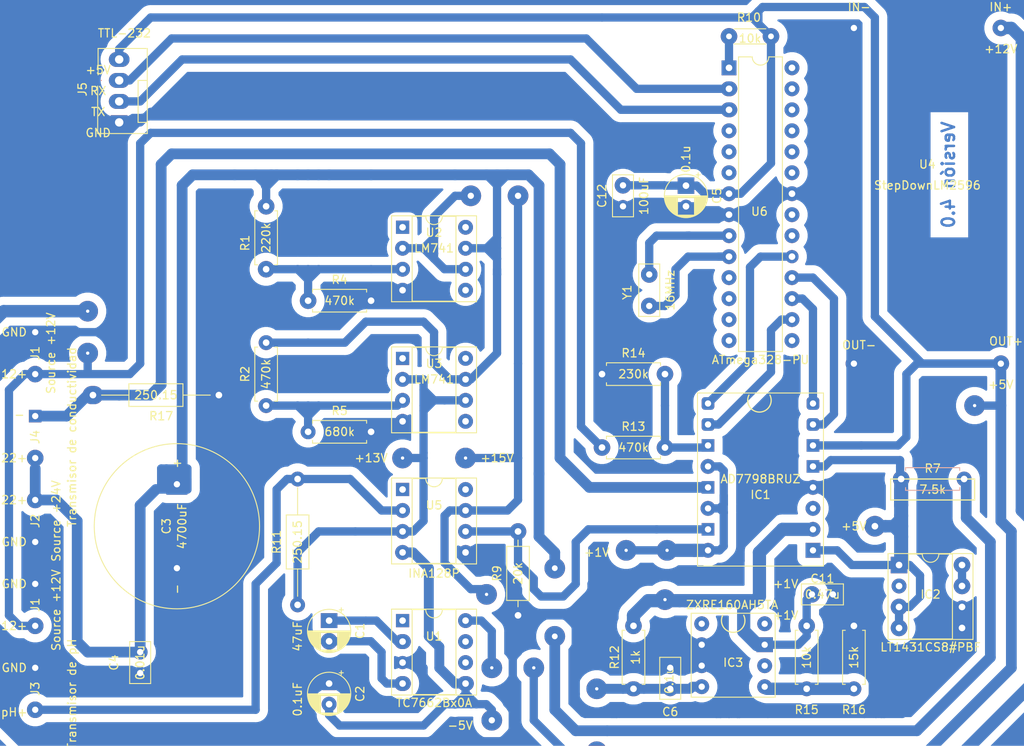
<source format=kicad_pcb>
(kicad_pcb (version 20171130) (host pcbnew "(5.1.10)-1")
  (layers (0 F.Cu signal hide) (31 B.Cu signal hide) (34 B.Paste user hide) (35 F.Paste user hide) (36 B.SilkS user hide) (37 F.SilkS user) (38 B.Mask user hide) (39 F.Mask user hide) (44 Edge.Cuts user hide))
  (net 0 "")
  (net 1 "Net-(C1-Pad1)")
  (net 2 "Net-(C1-Pad2)")
  (net 3 GND)
  (net 4 +5V)
  (net 5 +1V)
  (net 6 SCLK)
  (net 7 CS)
  (net 8 VBatería)
  (net 9 CONDUCTIVIDAD)
  (net 10 VpH)
  (net 11 +5VR)
  (net 12 "Net-(IC1-Pad11)")
  (net 13 MISO)
  (net 14 MOSI)
  (net 15 "Net-(IC2-Pad7)")
  (net 16 "Net-(IC2-Pad2)")
  (net 17 "Net-(IC3-Pad4)")
  (net 18 +12V)
  (net 19 pH-)
  (net 20 "Net-(R1-Pad1)")
  (net 21 "Net-(R2-Pad1)")
  (net 22 "Net-(R10-Pad2)")
  (net 23 +13V)
  (net 24 +15V)
  (net 25 "Net-(U1-Pad7)")
  (net 26 "Net-(U1-Pad1)")
  (net 27 "Net-(U2-Pad8)")
  (net 28 "Net-(U2-Pad5)")
  (net 29 "Net-(U2-Pad1)")
  (net 30 "Net-(U3-Pad1)")
  (net 31 "Net-(U3-Pad5)")
  (net 32 "Net-(U3-Pad8)")
  (net 33 "Net-(U5-Pad1)")
  (net 34 "Net-(U5-Pad8)")
  (net 35 "Net-(U6-Pad15)")
  (net 36 RX)
  (net 37 TX)
  (net 38 "Net-(U6-Pad5)")
  (net 39 "Net-(U6-Pad6)")
  (net 40 "Net-(U6-Pad20)")
  (net 41 "Net-(U6-Pad21)")
  (net 42 "Net-(U6-Pad9)")
  (net 43 "Net-(U6-Pad23)")
  (net 44 "Net-(U6-Pad10)")
  (net 45 "Net-(U6-Pad24)")
  (net 46 "Net-(U6-Pad11)")
  (net 47 "Net-(U6-Pad25)")
  (net 48 "Net-(U6-Pad12)")
  (net 49 "Net-(U6-Pad26)")
  (net 50 "Net-(U6-Pad13)")
  (net 51 "Net-(U6-Pad27)")
  (net 52 "Net-(U6-Pad14)")
  (net 53 "Net-(U6-Pad28)")
  (net 54 +22V)
  (net 55 "Net-(U1-Pad6)")
  (net 56 "Net-(U6-Pad4)")
  (net 57 -5V)
  (module Resistor_THT:R_Axial_DIN0207_L6.3mm_D2.5mm_P15.24mm_Horizontal (layer F.Cu) (at 129.54 106.68 90)
    (fp_text reference R11 (at 7.62 -2.54 90) (layer F.SilkS))
    (fp_text value 250.15 (at 7.62 0 90) (layer F.SilkS))
    (pad 2 thru_hole oval (at 15.24 0 90) (size 1.8 1.8) (drill 0.8) (layers *.Cu *.Mask) (net 19 pH-))
    (pad 1 thru_hole circle (at 0 0 90) (size 1.8 1.8) (drill 0.8) (layers *.Cu *.Mask) (net 23 +13V))
  )
  (module Resistor_THT:R_Axial_DIN0207_L6.3mm_D2.5mm_P15.24mm_Horizontal (layer F.Cu) (at 120.015 81.28 180)
    (fp_text reference R17 (at 6.985 -2.54) (layer F.SilkS))
    (fp_text value 250.15 (at 7.62 0) (layer F.SilkS))
    (pad 2 thru_hole oval (at 15.24 0 180) (size 2.5 2.2) (drill 0.8) (layers *.Cu *.Mask) (net 9 CONDUCTIVIDAD))
    (pad 1 thru_hole circle (at 0 0 180) (size 1.6 1.6) (drill 0.8) (layers *.Cu *.Mask) (net 3 GND))
  )
  (module Resistor_THT:R_Axial_DIN0207_L6.3mm_D2.5mm_P7.62mm_Horizontal (layer F.Cu) (at 196.85 116.84 90)
    (fp_text reference R16 (at -2.54 0 180) (layer F.SilkS))
    (fp_text value 15k (at 3.81 0 270) (layer F.SilkS))
    (pad 2 thru_hole oval (at 7.62 0 90) (size 1.6 1.6) (drill 0.8) (layers *.Cu *.Mask) (net 3 GND))
    (pad 1 thru_hole circle (at 0 0 90) (size 1.8 1.8) (drill 0.8) (layers *.Cu *.Mask) (net 17 "Net-(IC3-Pad4)"))
  )
  (module Resistor_THT:R_Axial_DIN0207_L6.3mm_D2.5mm_P7.62mm_Horizontal (layer F.Cu) (at 191.135 109.22 270)
    (fp_text reference R15 (at 10.16 0) (layer F.SilkS))
    (fp_text value 10k (at 3.81 0 270) (layer F.SilkS))
    (pad 2 thru_hole oval (at 7.62 0 270) (size 1.8 1.8) (drill 0.8) (layers *.Cu *.Mask) (net 17 "Net-(IC3-Pad4)"))
    (pad 1 thru_hole circle (at 0 0 270) (size 2 2) (drill 0.8) (layers *.Cu *.Mask) (net 5 +1V))
  )
  (module Resistor_THT:R_Axial_DIN0207_L6.3mm_D2.5mm_P7.62mm_Horizontal (layer F.Cu) (at 170.18 109.22 270)
    (fp_text reference R12 (at 3.81 2.286 270) (layer F.SilkS))
    (fp_text value 1k (at 3.81 -0.254 90) (layer F.SilkS))
    (pad 2 thru_hole oval (at 7.62 0 270) (size 1.8 2) (drill 0.8) (layers *.Cu *.Mask) (net 4 +5V))
    (pad 1 thru_hole circle (at 0 0 270) (size 2 2) (drill 0.8) (layers *.Cu *.Mask) (net 5 +1V))
  )
  (module Resistor_THT:R_Axial_DIN0207_L6.3mm_D2.5mm_P7.62mm_Horizontal (layer F.Cu) (at 166.37 78.74)
    (fp_text reference R14 (at 3.81 -2.54) (layer F.SilkS))
    (fp_text value 230k (at 3.81 0) (layer F.SilkS))
    (pad 2 thru_hole oval (at 7.62 0) (size 2 2) (drill 0.8) (layers *.Cu *.Mask) (net 8 VBatería))
    (pad 1 thru_hole circle (at 0 0) (size 1.6 1.6) (drill 0.8) (layers *.Cu *.Mask) (net 3 GND))
  )
  (module Resistor_THT:R_Axial_DIN0207_L6.3mm_D2.5mm_P7.62mm_Horizontal (layer F.Cu) (at 173.99 87.63 180)
    (fp_text reference R13 (at 3.81 2.54) (layer F.SilkS))
    (fp_text value 470k (at 3.81 0) (layer F.SilkS))
    (pad 2 thru_hole oval (at 7.62 0 180) (size 2 2) (drill 0.8) (layers *.Cu *.Mask) (net 18 +12V))
    (pad 1 thru_hole circle (at 0 0 180) (size 2 2) (drill 0.8) (layers *.Cu *.Mask) (net 8 VBatería))
  )
  (module Resistor_THT:R_Axial_DIN0207_L6.3mm_D2.5mm_P7.62mm_Horizontal (layer B.Cu) (at 210.185 91.44 180)
    (fp_text reference R7 (at 3.81 1.27 180) (layer F.SilkS))
    (fp_text value 7.5k (at 3.81 -1.27) (layer F.SilkS))
    (pad 2 thru_hole oval (at 7.62 0 180) (size 2 2) (drill 0.8) (layers *.Cu *.Mask) (net 11 +5VR))
    (pad 1 thru_hole circle (at 0 0 180) (size 1.8 1.8) (drill 0.8) (layers *.Cu *.Mask) (net 54 +22V))
  )
  (module Resistor_THT:R_Axial_DIN0207_L6.3mm_D2.5mm_P10.16mm_Horizontal (layer F.Cu) (at 156.21 97.79 270)
    (fp_text reference R9 (at 5.08 2.54 90) (layer F.SilkS))
    (fp_text value 20k (at 5.08 0 90) (layer F.SilkS))
    (pad 2 thru_hole oval (at 10.16 0 270) (size 1.6 1.6) (drill 0.8) (layers *.Cu *.Mask) (net 3 GND))
    (pad 1 thru_hole circle (at 0 0 270) (size 2 2) (drill 0.8) (layers *.Cu *.Mask) (net 10 VpH))
  )
  (module Capacitor_THT:4700uF_footPrint (layer F.Cu) (at 135.255 97.155 270)
    (fp_text reference C3 (at 0 21.59 90) (layer F.SilkS))
    (fp_text value 4700uF (at 0 19.685 90) (layer F.SilkS))
    (fp_text user + (at -7.62 20.32 90) (layer F.SilkS))
    (fp_text user - (at 7.62 20.32 90) (layer F.SilkS))
    (pad 1 thru_hole rect (at -5.08 20.32 270) (size 2.54 2.54) (drill 0.762) (layers *.Cu *.Mask) (net 54 +22V))
    (pad 2 thru_hole circle (at 5.08 20.32 270) (size 2.54 2.54) (drill 0.762) (layers *.Cu *.Mask) (net 3 GND))
  )
  (module Resistor_THT:R_Axial_DIN0207_L6.3mm_D2.5mm_P7.62mm_Horizontal (layer F.Cu) (at 130.81 85.725)
    (fp_text reference R5 (at 3.81 -2.54) (layer F.SilkS))
    (fp_text value 680k (at 3.81 0) (layer F.SilkS))
    (pad 2 thru_hole oval (at 7.62 0) (size 1.6 1.6) (drill 0.8) (layers *.Cu *.Mask) (net 3 GND))
    (pad 1 thru_hole circle (at 0 0) (size 1.8 1.8) (drill 0.8) (layers *.Cu *.Mask) (net 21 "Net-(R2-Pad1)"))
  )
  (module Resistor_THT:R_Axial_DIN0207_L6.3mm_D2.5mm_P7.62mm_Horizontal (layer F.Cu) (at 125.73 82.55 90)
    (fp_text reference R2 (at 3.81 -2.54 90) (layer F.SilkS))
    (fp_text value 470k (at 3.81 0 90) (layer F.SilkS))
    (pad 2 thru_hole oval (at 7.62 0 90) (size 1.8 1.8) (drill 0.8) (layers *.Cu *.Mask) (net 54 +22V))
    (pad 1 thru_hole circle (at 0 0 90) (size 1.8 1.8) (drill 0.8) (layers *.Cu *.Mask) (net 21 "Net-(R2-Pad1)"))
  )
  (module Resistor_THT:R_Axial_DIN0207_L6.3mm_D2.5mm_P7.62mm_Horizontal (layer F.Cu) (at 125.73 66.04 90)
    (fp_text reference R1 (at 3.175 -2.54 90) (layer F.SilkS))
    (fp_text value 220k (at 3.81 0 90) (layer F.SilkS))
    (pad 2 thru_hole oval (at 7.62 0 90) (size 2 2) (drill 0.8) (layers *.Cu *.Mask) (net 54 +22V))
    (pad 1 thru_hole circle (at 0 0 90) (size 2 2) (drill 0.8) (layers *.Cu *.Mask) (net 20 "Net-(R1-Pad1)"))
  )
  (module Resistor_THT:R_Axial_DIN0207_L6.3mm_D2.5mm_P7.62mm_Horizontal (layer F.Cu) (at 130.81 69.85)
    (fp_text reference R4 (at 3.81 -2.54) (layer F.SilkS))
    (fp_text value 470k (at 3.81 0) (layer F.SilkS))
    (pad 2 thru_hole oval (at 7.62 0) (size 1.6 1.6) (drill 0.8) (layers *.Cu *.Mask) (net 3 GND))
    (pad 1 thru_hole circle (at 0 0) (size 2 2) (drill 0.8) (layers *.Cu *.Mask) (net 20 "Net-(R1-Pad1)"))
  )
  (module Capacitor_THT:CP_Radial_D5.0mm_P2.50mm (layer F.Cu) (at 176.53 55.92 270)
    (fp_text reference C5 (at 1.23 -3.75 90) (layer F.SilkS))
    (fp_text value 100uF (at 1.23 5.08 90) (layer F.SilkS))
    (pad 1 thru_hole rect (at 0 0 270) (size 2 2) (drill 0.8) (layers *.Cu *.Mask) (net 4 +5V))
    (pad 2 thru_hole circle (at 2.5 0 270) (size 1.6 1.6) (drill 0.8) (layers *.Cu *.Mask) (net 3 GND))
  )
  (module Connector:Conector2 (layer F.Cu) (at 95.25 96.52 90)
    (fp_text reference J2 (at 0 2.54 90) (layer F.SilkS))
    (fp_text value "Source +24V" (at 0 5.08 90) (layer F.SilkS))
    (pad 1 thru_hole rect (at -2.54 2.54 90) (size 1.524 1.524) (drill 0.762) (layers *.Cu *.Mask) (net 3 GND))
    (pad 2 thru_hole circle (at 2.54 2.54 90) (size 2 2) (drill 0.762) (layers *.Cu *.Mask) (net 54 +22V))
  )
  (module Connector:Conector2 (layer F.Cu) (at 100.33 76.2 270)
    (fp_text reference J1 (at 0 2.54 90) (layer F.SilkS))
    (fp_text value "Source +12V" (at 0 0.635 90) (layer F.SilkS))
    (pad 1 thru_hole rect (at -2.54 2.54 270) (size 1.524 1.524) (drill 0.762) (layers *.Cu *.Mask) (net 3 GND))
    (pad 2 thru_hole circle (at 2.54 2.54 270) (size 2 2) (drill 0.762) (layers *.Cu *.Mask) (net 18 +12V))
  )
  (module Connector:Conector2 (layer F.Cu) (at 100.33 106.68 270)
    (fp_text reference J1 (at 0 2.54 90) (layer F.SilkS))
    (fp_text value "Source +12V" (at 0.635 0 90) (layer F.SilkS))
    (pad 2 thru_hole circle (at 2.54 2.54 270) (size 2 2) (drill 0.762) (layers *.Cu *.Mask) (net 18 +12V))
    (pad 1 thru_hole rect (at -2.54 2.54 270) (size 1.524 1.524) (drill 0.762) (layers *.Cu *.Mask) (net 3 GND))
  )
  (module Capacitor_THT:CP_Radial_D5.0mm_P2.50mm (layer F.Cu) (at 133.35 108.585 270)
    (fp_text reference C1 (at 1.25 -3.75 90) (layer F.SilkS))
    (fp_text value 47uF (at 1.905 3.81 90) (layer F.SilkS))
    (pad 1 thru_hole rect (at 0 0 270) (size 1.8 2) (drill 0.8) (layers *.Cu *.Mask) (net 1 "Net-(C1-Pad1)"))
    (pad 2 thru_hole circle (at 2.5 0 270) (size 2 2) (drill 0.8) (layers *.Cu *.Mask) (net 2 "Net-(C1-Pad2)"))
  )
  (module Capacitor_THT:CP_Radial_D5.0mm_P2.50mm (layer F.Cu) (at 133.35 116.205 270)
    (fp_text reference C2 (at 1.25 -3.75 90) (layer F.SilkS))
    (fp_text value 0.1uF (at 1.905 3.81 90) (layer F.SilkS))
    (pad 2 thru_hole circle (at 2.5 0 270) (size 1.8 1.8) (drill 0.8) (layers *.Cu *.Mask) (net 57 -5V))
    (pad 1 thru_hole rect (at 0 0 270) (size 1.6 1.6) (drill 0.8) (layers *.Cu *.Mask) (net 3 GND))
  )
  (module Capacitor_THT:Tantalum_5.08mm (layer F.Cu) (at 114.3 113.665 270)
    (fp_text reference C4 (at 0 6.985 90) (layer F.SilkS))
    (fp_text value 0.01u (at 0 3.81 90) (layer F.SilkS))
    (pad 1 thru_hole circle (at -1.27 3.81 270) (size 1.8 1.8) (drill 0.762) (layers *.Cu *.Mask) (net 54 +22V))
    (pad 2 thru_hole circle (at 1.27 3.81 270) (size 1.524 1.524) (drill 0.762) (layers *.Cu *.Mask) (net 3 GND))
  )
  (module Capacitor_THT:Tantalum_5.08mm (layer F.Cu) (at 170.815 115.57 90)
    (fp_text reference C6 (at -4.064 3.81 180) (layer F.SilkS))
    (fp_text value 0.1u (at -0.254 3.683 270) (layer F.SilkS))
    (pad 1 thru_hole circle (at -1.27 3.81 90) (size 1.8 1.8) (drill 0.762) (layers *.Cu *.Mask) (net 4 +5V))
    (pad 2 thru_hole circle (at 1.27 3.81 90) (size 1.524 1.524) (drill 0.762) (layers *.Cu *.Mask) (net 3 GND))
  )
  (module Capacitor_THT:Tantalum_5.08mm (layer F.Cu) (at 193.04 101.6)
    (fp_text reference C11 (at 0 1.905) (layer F.SilkS))
    (fp_text value 0.47u (at 0 3.81) (layer F.SilkS))
    (pad 2 thru_hole circle (at 1.27 3.81) (size 1.524 1.524) (drill 0.762) (layers *.Cu *.Mask) (net 3 GND))
    (pad 1 thru_hole circle (at -1.27 3.81) (size 2 2) (drill 0.762) (layers *.Cu *.Mask) (net 5 +1V))
  )
  (module Package_DIP:AD7798 (layer F.Cu) (at 185.547 79.756)
    (fp_text reference IC1 (at 0 13.589) (layer F.SilkS))
    (fp_text value AD7798BRUZ (at 0 11.684) (layer F.SilkS))
    (pad 1 thru_hole roundrect (at -6.35 2.54) (size 1.524 1.524) (drill 0.762) (layers *.Cu *.Mask) (net 6 SCLK))
    (pad 2 thru_hole roundrect (at -6.35 5.08) (size 1.524 1.524) (drill 0.762) (layers *.Cu *.Mask) (net 7 CS))
    (pad 3 thru_hole rect (at -6.35 7.62) (size 1.524 1.524) (drill 0.762) (layers *.Cu *.Mask) (net 8 VBatería))
    (pad 4 thru_hole circle (at -6.35 10.16) (size 1.8 1.8) (drill 0.762) (layers *.Cu *.Mask) (net 5 +1V))
    (pad 5 thru_hole rect (at -6.35 12.7) (size 1.524 1.524) (drill 0.762) (layers *.Cu *.Mask) (net 9 CONDUCTIVIDAD))
    (pad 6 thru_hole circle (at -6.35 15.24) (size 1.8 1.8) (drill 0.762) (layers *.Cu *.Mask) (net 5 +1V))
    (pad 7 thru_hole rect (at -6.35 17.78) (size 1.524 1.524) (drill 0.762) (layers *.Cu *.Mask) (net 10 VpH))
    (pad 8 thru_hole circle (at -6.35 20.32) (size 1.8 1.8) (drill 0.762) (layers *.Cu *.Mask) (net 5 +1V))
    (pad 9 thru_hole rect (at 6.35 20.32) (size 1.8 1.8) (drill 0.762) (layers *.Cu *.Mask) (net 11 +5VR))
    (pad 10 thru_hole circle (at 6.35 17.78) (size 1.8 1.8) (drill 0.762) (layers *.Cu *.Mask) (net 5 +1V))
    (pad 11 thru_hole circle (at 6.35 15.24) (size 1.8 1.8) (drill 0.762) (layers *.Cu *.Mask) (net 12 "Net-(IC1-Pad11)"))
    (pad 12 thru_hole circle (at 6.35 12.7) (size 1.8 1.8) (drill 0.762) (layers *.Cu *.Mask) (net 3 GND))
    (pad 13 thru_hole rect (at 6.35 10.16) (size 1.524 1.524) (drill 0.762) (layers *.Cu *.Mask) (net 11 +5VR))
    (pad 14 thru_hole rect (at 6.35 7.62) (size 1.524 1.524) (drill 0.762) (layers *.Cu *.Mask) (net 4 +5V))
    (pad 15 thru_hole roundrect (at 6.35 5.08) (size 1.524 1.524) (drill 0.762) (layers *.Cu *.Mask) (net 13 MISO))
    (pad 16 thru_hole roundrect (at 6.35 2.54) (size 1.524 1.524) (drill 0.762) (layers *.Cu *.Mask) (net 14 MOSI))
  )
  (module Package_DIP:DIP-8_W7.62mm_Socket (layer F.Cu) (at 202.311 101.854)
    (fp_text reference IC2 (at 3.81 3.556) (layer F.SilkS))
    (fp_text value LT1431CS8#PBF (at 3.81 9.95) (layer F.SilkS))
    (pad 8 thru_hole oval (at 7.62 0) (size 2 2) (drill 0.8) (layers *.Cu *.Mask) (net 15 "Net-(IC2-Pad7)"))
    (pad 4 thru_hole oval (at 0 7.62) (size 2 2) (drill 0.8) (layers *.Cu *.Mask) (net 11 +5VR))
    (pad 7 thru_hole oval (at 7.62 2.54) (size 2 2) (drill 0.8) (layers *.Cu *.Mask) (net 15 "Net-(IC2-Pad7)"))
    (pad 3 thru_hole oval (at 0 5.08) (size 2 2) (drill 0.8) (layers *.Cu *.Mask) (net 11 +5VR))
    (pad 6 thru_hole oval (at 7.62 5.08) (size 1.6 1.6) (drill 0.8) (layers *.Cu *.Mask) (net 3 GND))
    (pad 2 thru_hole oval (at 0 2.54) (size 1.8 1.8) (drill 0.8) (layers *.Cu *.Mask) (net 16 "Net-(IC2-Pad2)"))
    (pad 5 thru_hole oval (at 7.62 7.62) (size 1.6 1.6) (drill 0.8) (layers *.Cu *.Mask) (net 3 GND))
    (pad 1 thru_hole rect (at 0 0) (size 2 2) (drill 0.8) (layers *.Cu *.Mask) (net 11 +5VR))
  )
  (module Package_DIP:Regulator1V3 (layer F.Cu) (at 182.245 106.426)
    (fp_text reference IC3 (at 0 7.239) (layer F.SilkS))
    (fp_text value ZXRE160AH5TA (at -0.127 0.254) (layer F.SilkS))
    (pad 1 thru_hole circle (at -3.81 5.08) (size 1.8 1.8) (drill 0.762) (layers *.Cu *.Mask) (net 3 GND))
    (pad 2 thru_hole circle (at -3.81 7.62) (size 1.8 1.8) (drill 0.762) (layers *.Cu *.Mask) (net 3 GND))
    (pad 3 thru_hole circle (at -3.81 10.16) (size 1.8 1.8) (drill 0.762) (layers *.Cu *.Mask) (net 4 +5V))
    (pad 4 thru_hole circle (at 3.81 10.16) (size 1.8 1.8) (drill 0.762) (layers *.Cu *.Mask) (net 17 "Net-(IC3-Pad4)"))
    (pad 5 thru_hole rect (at 3.81 5.08) (size 2 1.8) (drill 0.762) (layers *.Cu *.Mask) (net 5 +1V))
    (pad 6 thru_hole circle (at -3.81 2.54) (size 1.8 1.8) (drill 0.762) (layers *.Cu *.Mask))
    (pad 7 thru_hole circle (at 3.81 2.54) (size 1.8 1.8) (drill 0.762) (layers *.Cu *.Mask))
    (pad 8 thru_hole circle (at 3.81 7.62) (size 1.8 1.8) (drill 0.762) (layers *.Cu *.Mask))
  )
  (module Connector:Conector2 (layer F.Cu) (at 100.33 116.84 270)
    (fp_text reference J3 (at 0 2.54 90) (layer F.SilkS))
    (fp_text value "Transmisor de pH" (at 0.635 -1.905 90) (layer F.SilkS))
    (pad 1 thru_hole rect (at -2.54 2.54 270) (size 1.524 1.524) (drill 0.762) (layers *.Cu *.Mask) (net 3 GND))
    (pad 2 thru_hole circle (at 2.54 2.54 270) (size 2 2) (drill 0.762) (layers *.Cu *.Mask) (net 19 pH-))
  )
  (module Connector:Conector2 (layer F.Cu) (at 100.33 86.36 270)
    (fp_text reference J4 (at 0 2.54 90) (layer F.SilkS))
    (fp_text value "Transmisor de conductividad" (at 0 -1.905 90) (layer F.SilkS))
    (pad 2 thru_hole circle (at 2.54 2.54 270) (size 2 2) (drill 0.762) (layers *.Cu *.Mask) (net 54 +22V))
    (pad 1 thru_hole rect (at -2.54 2.54 270) (size 1.524 1.524) (drill 0.762) (layers *.Cu *.Mask) (net 9 CONDUCTIVIDAD))
  )
  (module Resistor_THT:R_Axial_DIN0204_L3.6mm_D1.6mm_P5.08mm_Horizontal (layer F.Cu) (at 186.817 37.846 180)
    (fp_text reference R10 (at 2.667 2.286) (layer F.SilkS))
    (fp_text value 10k (at 2.54 -0.254) (layer F.SilkS))
    (pad 1 thru_hole circle (at 0 0 180) (size 2 2) (drill 0.7) (layers *.Cu *.Mask) (net 4 +5V))
    (pad 2 thru_hole oval (at 5.08 0 180) (size 2 2) (drill 0.7) (layers *.Cu *.Mask) (net 22 "Net-(R10-Pad2)"))
  )
  (module Package_DIP:DIP-8_W7.62mm_Socket (layer F.Cu) (at 142.24 108.585)
    (fp_text reference U1 (at 3.81 1.905) (layer F.SilkS))
    (fp_text value TC7662Bx0A (at 3.81 9.95) (layer F.SilkS))
    (pad 8 thru_hole oval (at 7.62 0) (size 1.8 1.8) (drill 0.8) (layers *.Cu *.Mask) (net 4 +5V))
    (pad 4 thru_hole oval (at 0 7.62) (size 2 1.8) (drill 0.8) (layers *.Cu *.Mask) (net 2 "Net-(C1-Pad2)"))
    (pad 7 thru_hole oval (at 7.62 2.54) (size 1.8 1.8) (drill 0.8) (layers *.Cu *.Mask) (net 25 "Net-(U1-Pad7)"))
    (pad 3 thru_hole oval (at 0 5.08) (size 1.6 1.6) (drill 0.8) (layers *.Cu *.Mask) (net 3 GND))
    (pad 6 thru_hole oval (at 7.62 5.08) (size 1.8 1.8) (drill 0.8) (layers *.Cu *.Mask) (net 55 "Net-(U1-Pad6)"))
    (pad 2 thru_hole oval (at 0 2.54) (size 2 1.8) (drill 0.8) (layers *.Cu *.Mask) (net 1 "Net-(C1-Pad1)"))
    (pad 5 thru_hole oval (at 7.62 7.62) (size 2 1.8) (drill 0.8) (layers *.Cu *.Mask) (net 57 -5V))
    (pad 1 thru_hole rect (at 0 0) (size 1.6 1.6) (drill 0.8) (layers *.Cu *.Mask) (net 26 "Net-(U1-Pad1)"))
  )
  (module Package_DIP:DIP-8_W7.62mm_Socket (layer F.Cu) (at 142.24 60.96)
    (fp_text reference U2 (at 3.81 0.635) (layer F.SilkS))
    (fp_text value LM741 (at 3.81 2.54) (layer F.SilkS))
    (pad 8 thru_hole oval (at 7.62 0) (size 1.8 1.8) (drill 0.8) (layers *.Cu *.Mask) (net 27 "Net-(U2-Pad8)"))
    (pad 4 thru_hole oval (at 0 7.62) (size 1.8 1.8) (drill 0.8) (layers *.Cu *.Mask) (net 3 GND))
    (pad 7 thru_hole oval (at 7.62 2.54) (size 1.8 1.8) (drill 0.8) (layers *.Cu *.Mask) (net 54 +22V))
    (pad 3 thru_hole oval (at 0 5.08) (size 1.8 1.8) (drill 0.8) (layers *.Cu *.Mask) (net 20 "Net-(R1-Pad1)"))
    (pad 6 thru_hole oval (at 7.62 5.08) (size 1.8 1.8) (drill 0.8) (layers *.Cu *.Mask) (net 24 +15V))
    (pad 2 thru_hole oval (at 0 2.54) (size 1.8 1.8) (drill 0.8) (layers *.Cu *.Mask) (net 24 +15V))
    (pad 5 thru_hole oval (at 7.62 7.62) (size 1.8 1.8) (drill 0.8) (layers *.Cu *.Mask) (net 28 "Net-(U2-Pad5)"))
    (pad 1 thru_hole rect (at 0 0) (size 1.6 1.6) (drill 0.8) (layers *.Cu *.Mask) (net 29 "Net-(U2-Pad1)"))
  )
  (module Package_DIP:DIP-8_W7.62mm_Socket (layer F.Cu) (at 142.24 76.835)
    (fp_text reference U3 (at 3.81 0.635) (layer F.SilkS))
    (fp_text value LM741 (at 3.81 2.54) (layer F.SilkS))
    (pad 1 thru_hole rect (at 0 0) (size 1.6 1.6) (drill 0.8) (layers *.Cu *.Mask) (net 30 "Net-(U3-Pad1)"))
    (pad 5 thru_hole oval (at 7.62 7.62) (size 1.8 1.8) (drill 0.8) (layers *.Cu *.Mask) (net 31 "Net-(U3-Pad5)"))
    (pad 2 thru_hole oval (at 0 2.54) (size 1.8 1.8) (drill 0.8) (layers *.Cu *.Mask) (net 23 +13V))
    (pad 6 thru_hole oval (at 7.62 5.08) (size 1.8 1.8) (drill 0.8) (layers *.Cu *.Mask) (net 23 +13V))
    (pad 3 thru_hole oval (at 0 5.08) (size 1.8 1.8) (drill 0.8) (layers *.Cu *.Mask) (net 21 "Net-(R2-Pad1)"))
    (pad 7 thru_hole oval (at 7.62 2.54) (size 1.8 1.8) (drill 0.8) (layers *.Cu *.Mask) (net 54 +22V))
    (pad 4 thru_hole oval (at 0 7.62) (size 1.8 1.8) (drill 0.8) (layers *.Cu *.Mask) (net 3 GND))
    (pad 8 thru_hole oval (at 7.62 0) (size 1.8 1.8) (drill 0.8) (layers *.Cu *.Mask) (net 32 "Net-(U3-Pad8)"))
  )
  (module Package_DIP:DIP-8_W7.62mm_Socket (layer F.Cu) (at 142.24 92.71)
    (fp_text reference U5 (at 3.81 1.905) (layer F.SilkS))
    (fp_text value INA128P (at 3.81 10.16) (layer F.SilkS))
    (pad 1 thru_hole rect (at 0 0) (size 1.6 1.6) (drill 0.8) (layers *.Cu *.Mask) (net 33 "Net-(U5-Pad1)"))
    (pad 5 thru_hole oval (at 7.62 7.62) (size 1.8 1.8) (drill 0.8) (layers *.Cu *.Mask) (net 3 GND))
    (pad 2 thru_hole oval (at 0 2.54) (size 1.8 1.8) (drill 0.8) (layers *.Cu *.Mask) (net 19 pH-))
    (pad 6 thru_hole oval (at 7.62 5.08) (size 1.8 1.8) (drill 0.8) (layers *.Cu *.Mask) (net 10 VpH))
    (pad 3 thru_hole oval (at 0 5.08) (size 1.8 1.8) (drill 0.8) (layers *.Cu *.Mask) (net 23 +13V))
    (pad 7 thru_hole oval (at 7.62 2.54) (size 1.8 1.8) (drill 0.8) (layers *.Cu *.Mask) (net 24 +15V))
    (pad 4 thru_hole oval (at 0 7.62) (size 1.8 1.8) (drill 0.8) (layers *.Cu *.Mask) (net 57 -5V))
    (pad 8 thru_hole oval (at 7.62 0) (size 1.8 1.8) (drill 0.8) (layers *.Cu *.Mask) (net 34 "Net-(U5-Pad8)"))
  )
  (module Package_DIP:DIP-28_W7.62mm (layer F.Cu) (at 181.737 41.656)
    (fp_text reference U6 (at 3.683 17.399) (layer F.SilkS))
    (fp_text value ATmega328-PU (at 3.81 35.35) (layer F.SilkS))
    (pad 1 thru_hole rect (at 0 0) (size 1.8 1.8) (drill 0.8) (layers *.Cu *.Mask) (net 22 "Net-(R10-Pad2)"))
    (pad 15 thru_hole oval (at 7.62 33.02) (size 1.8 1.8) (drill 0.8) (layers *.Cu *.Mask) (net 35 "Net-(U6-Pad15)"))
    (pad 2 thru_hole oval (at 0 2.54) (size 2 1.8) (drill 0.8) (layers *.Cu *.Mask) (net 36 RX))
    (pad 16 thru_hole oval (at 7.62 30.48) (size 1.8 1.8) (drill 0.8) (layers *.Cu *.Mask) (net 7 CS))
    (pad 3 thru_hole oval (at 0 5.08) (size 2 1.8) (drill 0.8) (layers *.Cu *.Mask) (net 37 TX))
    (pad 17 thru_hole oval (at 7.62 27.94) (size 1.8 1.8) (drill 0.8) (layers *.Cu *.Mask) (net 14 MOSI))
    (pad 4 thru_hole oval (at 0 7.62) (size 1.8 1.8) (drill 0.8) (layers *.Cu *.Mask) (net 56 "Net-(U6-Pad4)"))
    (pad 18 thru_hole oval (at 7.62 25.4) (size 1.8 1.8) (drill 0.8) (layers *.Cu *.Mask) (net 13 MISO))
    (pad 5 thru_hole oval (at 0 10.16) (size 1.8 1.8) (drill 0.8) (layers *.Cu *.Mask) (net 38 "Net-(U6-Pad5)"))
    (pad 19 thru_hole oval (at 7.62 22.86) (size 1.6 1.6) (drill 0.8) (layers *.Cu *.Mask) (net 6 SCLK))
    (pad 6 thru_hole oval (at 0 12.7) (size 1.8 1.8) (drill 0.8) (layers *.Cu *.Mask) (net 39 "Net-(U6-Pad6)"))
    (pad 20 thru_hole oval (at 7.62 20.32) (size 1.8 1.8) (drill 0.8) (layers *.Cu *.Mask) (net 40 "Net-(U6-Pad20)"))
    (pad 7 thru_hole oval (at 0 15.24) (size 1.8 1.8) (drill 0.8) (layers *.Cu *.Mask) (net 4 +5V))
    (pad 21 thru_hole oval (at 7.62 17.78) (size 1.8 1.8) (drill 0.8) (layers *.Cu *.Mask) (net 41 "Net-(U6-Pad21)"))
    (pad 8 thru_hole oval (at 0 17.78) (size 1.8 1.8) (drill 0.8) (layers *.Cu *.Mask) (net 3 GND))
    (pad 22 thru_hole oval (at 7.62 15.24) (size 1.8 1.8) (drill 0.8) (layers *.Cu *.Mask) (net 3 GND))
    (pad 9 thru_hole oval (at 0 20.32) (size 1.8 1.8) (drill 0.8) (layers *.Cu *.Mask) (net 42 "Net-(U6-Pad9)"))
    (pad 23 thru_hole oval (at 7.62 12.7) (size 1.8 1.8) (drill 0.8) (layers *.Cu *.Mask) (net 43 "Net-(U6-Pad23)"))
    (pad 10 thru_hole oval (at 0 22.86) (size 1.8 1.8) (drill 0.8) (layers *.Cu *.Mask) (net 44 "Net-(U6-Pad10)"))
    (pad 24 thru_hole oval (at 7.62 10.16) (size 1.8 1.8) (drill 0.8) (layers *.Cu *.Mask) (net 45 "Net-(U6-Pad24)"))
    (pad 11 thru_hole oval (at 0 25.4) (size 1.8 1.8) (drill 0.8) (layers *.Cu *.Mask) (net 46 "Net-(U6-Pad11)"))
    (pad 25 thru_hole oval (at 7.62 7.62) (size 1.8 1.8) (drill 0.8) (layers *.Cu *.Mask) (net 47 "Net-(U6-Pad25)"))
    (pad 12 thru_hole oval (at 0 27.94) (size 1.8 1.8) (drill 0.8) (layers *.Cu *.Mask) (net 48 "Net-(U6-Pad12)"))
    (pad 26 thru_hole oval (at 7.62 5.08) (size 1.8 1.8) (drill 0.8) (layers *.Cu *.Mask) (net 49 "Net-(U6-Pad26)"))
    (pad 13 thru_hole oval (at 0 30.48) (size 1.8 1.8) (drill 0.8) (layers *.Cu *.Mask) (net 50 "Net-(U6-Pad13)"))
    (pad 27 thru_hole oval (at 7.62 2.54) (size 1.8 1.8) (drill 0.8) (layers *.Cu *.Mask) (net 51 "Net-(U6-Pad27)"))
    (pad 14 thru_hole oval (at 0 33.02) (size 1.8 1.8) (drill 0.8) (layers *.Cu *.Mask) (net 52 "Net-(U6-Pad14)"))
    (pad 28 thru_hole oval (at 7.62 0) (size 1.8 1.8) (drill 0.8) (layers *.Cu *.Mask) (net 53 "Net-(U6-Pad28)"))
  )
  (module Crystal:Oscillator_16Mhz (layer F.Cu) (at 173.355 69.215 270)
    (fp_text reference Y1 (at -0.381 3.937 90) (layer F.SilkS))
    (fp_text value 16MHz (at -0.635 -1.27 90) (layer F.SilkS))
    (pad 1 thru_hole circle (at -2.54 1.27 270) (size 2 2) (drill 0.762) (layers *.Cu *.Mask) (net 42 "Net-(U6-Pad9)"))
    (pad 2 thru_hole circle (at 1.27 1.27 270) (size 2 2) (drill 0.762) (layers *.Cu *.Mask) (net 44 "Net-(U6-Pad10)"))
  )
  (module Capacitor_THT:Tantalum_5.08mm (layer F.Cu) (at 172.72 57.15 270)
    (fp_text reference C12 (at 0 6.35 90) (layer F.SilkS))
    (fp_text value 0.1u (at -4.445 -3.81 90) (layer F.SilkS))
    (pad 1 thru_hole circle (at -1.27 3.81 270) (size 2 2) (drill 0.762) (layers *.Cu *.Mask) (net 4 +5V))
    (pad 2 thru_hole circle (at 1.27 3.81 270) (size 1.524 1.524) (drill 0.762) (layers *.Cu *.Mask) (net 3 GND))
  )
  (module Connector:FanPinHeader_1x04_P2.54mm_Vertical (layer F.Cu) (at 107.95 48.26 90)
    (fp_text reference J5 (at 4 -4.445 90) (layer F.SilkS))
    (fp_text value TTL-232 (at 10.795 0.635) (layer F.SilkS))
    (pad 1 thru_hole rect (at 0 0 180) (size 2.03 1.73) (drill 1.02) (layers *.Cu *.Mask) (net 3 GND))
    (pad 2 thru_hole oval (at 2.54 0 180) (size 2.5 1.8) (drill 1.02) (layers *.Cu *.Mask) (net 37 TX))
    (pad 3 thru_hole oval (at 5.08 0 180) (size 2.5 1.8) (drill 1.02) (layers *.Cu *.Mask) (net 36 RX))
    (pad 4 thru_hole oval (at 7.62 0 180) (size 2.5 1.8) (drill 1.02) (layers *.Cu *.Mask) (net 4 +5V))
    (pad "" smd circle (at 5.08 -2.16 180) (size 0.1 0.1) (layers F.Cu F.Paste F.Mask))
  )
  (module Converter_DCDC:StepDownLm2596 (layer F.Cu) (at 205.74 77.47 180)
    (fp_text reference U4 (at 0 24.13) (layer F.SilkS))
    (fp_text value StepDownLM2596 (at 0 21.59) (layer F.SilkS))
    (pad 1 thru_hole circle (at -8.89 0 180) (size 2 2) (drill 0.762) (layers *.Cu *.Mask) (net 4 +5V))
    (pad 2 thru_hole circle (at -8.89 40.64 180) (size 2 2) (drill 0.762) (layers *.Cu *.Mask) (net 18 +12V))
    (pad 3 thru_hole circle (at 8.89 40.64 180) (size 2 2) (drill 0.762) (layers *.Cu *.Mask) (net 3 GND))
    (pad 4 thru_hole circle (at 8.89 0 180) (size 2 2) (drill 0.762) (layers *.Cu *.Mask) (net 3 GND))
  )
  (gr_arc (start 182.245 108.585) (end 180.975001 107.950001) (angle -233.1301024) (layer F.SilkS) (width 0.15))
  (gr_arc (start 185.42 81.915) (end 184.150001 81.280001) (angle -233.1301024) (layer F.SilkS) (width 0.15))
  (gr_text "OUT-\n\n\n" (at 197.485 76.835) (layer F.SilkS) (effects (font (size 1 1))))
  (gr_text "OUT+\n\n" (at 215.265 75.565) (layer F.SilkS) (effects (font (size 1 1))))
  (gr_text "IN-\n" (at 197.485 34.29) (layer F.SilkS) (effects (font (size 1 1))))
  (gr_text "IN+\n" (at 214.63 34.29) (layer F.SilkS) (effects (font (size 1 1))))
  (gr_text "+12V\n" (at 214.63 39.37) (layer F.SilkS) (effects (font (size 1 1))))
  (gr_text "-5V\n" (at 149.225 121.285) (layer F.SilkS) (effects (font (size 1 1))))
  (gr_text "+15V\n" (at 153.67 88.9) (layer F.SilkS) (effects (font (size 1 1))))
  (gr_text "+13V\n" (at 138.43 88.9) (layer F.SilkS) (effects (font (size 1 1))))
  (gr_text "+5V\n" (at 214.63 80.01) (layer F.SilkS) (effects (font (size 1 1))))
  (gr_text "+5V\n" (at 196.85 97.155) (layer F.SilkS) (effects (font (size 1 1))))
  (gr_text "+1V\n" (at 188.595 107.95) (layer F.SilkS) (effects (font (size 1 1))))
  (gr_text "+1V\n" (at 188.595 104.14) (layer F.SilkS) (effects (font (size 1 1))))
  (gr_text "+1V\n" (at 165.735 100.33) (layer F.SilkS) (effects (font (size 1 1))))
  (gr_text GND (at 105.41 49.53) (layer F.SilkS) (effects (font (size 1 1))))
  (gr_text TX (at 105.41 46.99) (layer F.SilkS) (effects (font (size 1 1))))
  (gr_text RX (at 105.41 44.45) (layer F.SilkS) (effects (font (size 1 1))))
  (gr_text "+5V\n" (at 105.41 41.91) (layer F.SilkS) (effects (font (size 1 1))))
  (gr_line (start 201.295 93.98) (end 201.295 91.44) (layer F.SilkS) (width 0.15))
  (gr_line (start 211.455 93.98) (end 201.295 93.98) (layer F.SilkS) (width 0.15))
  (gr_line (start 211.455 91.44) (end 211.455 93.98) (layer F.SilkS) (width 0.15))
  (gr_line (start 201.295 91.44) (end 211.455 91.44) (layer F.SilkS) (width 0.15))
  (gr_text "pH+\n\n\n" (at 95.25 121.285) (layer F.SilkS) (effects (font (size 1 1))))
  (gr_text "GND\n" (at 95.25 114.3) (layer F.SilkS) (effects (font (size 1 1))))
  (gr_text "GND\n" (at 95.25 104.14) (layer F.SilkS) (effects (font (size 1 1))))
  (gr_text "12+\n" (at 95.25 109.22) (layer F.SilkS) (effects (font (size 1 1))))
  (gr_text "GND\n" (at 95.25 99.06) (layer F.SilkS) (effects (font (size 1 1))))
  (gr_text "22+\n" (at 95.25 93.98) (layer F.SilkS) (effects (font (size 1 1))))
  (gr_text "GND\n" (at 95.25 73.66) (layer F.SilkS) (effects (font (size 1 1))))
  (gr_text "12+\n" (at 95.25 78.74) (layer F.SilkS) (effects (font (size 1 1))))
  (gr_text "-\n\n" (at 95.885 84.455) (layer F.SilkS) (effects (font (size 1 1))))
  (gr_text "22+\n" (at 95.25 88.9) (layer F.SilkS) (effects (font (size 1 1))))
  (gr_text "Versión 4.0\n" (at 208.28 54.61 90) (layer B.Cu) (effects (font (size 1.5 1.5) (thickness 0.3)) (justify mirror)))
  (segment (start 133.35 108.585) (end 137.795 108.585) (width 1) (layer B.Cu) (net 1))
  (segment (start 142.24 111.125) (end 141.605 111.125) (width 1) (layer B.Cu) (net 1))
  (segment (start 139.065 108.585) (end 137.795 108.585) (width 1) (layer B.Cu) (net 1))
  (segment (start 141.605 111.125) (end 139.065 108.585) (width 1) (layer B.Cu) (net 1))
  (segment (start 140.335 116.205) (end 142.24 116.205) (width 1) (layer B.Cu) (net 2))
  (segment (start 139.7 115.57) (end 140.335 116.205) (width 1) (layer B.Cu) (net 2))
  (segment (start 139.7 112.395) (end 139.7 115.57) (width 1) (layer B.Cu) (net 2))
  (segment (start 138.39 111.085) (end 139.7 112.395) (width 1) (layer B.Cu) (net 2))
  (segment (start 133.35 111.085) (end 138.39 111.085) (width 1) (layer B.Cu) (net 2))
  (segment (start 181.737 59.436) (end 184.277 59.436) (width 1) (layer B.Cu) (net 3))
  (segment (start 186.817 56.896) (end 189.357 56.896) (width 1) (layer B.Cu) (net 3))
  (segment (start 184.277 59.436) (end 186.817 56.896) (width 1) (layer B.Cu) (net 3))
  (segment (start 209.931 106.934) (end 209.931 109.474) (width 1) (layer B.Cu) (net 3))
  (segment (start 186.436 119.888) (end 198.12 119.888) (width 1) (layer B.Cu) (net 3))
  (segment (start 198.12 119.888) (end 199.136 118.872) (width 1) (layer B.Cu) (net 3))
  (segment (start 191.897 92.456) (end 190.246 92.456) (width 1) (layer B.Cu) (net 3))
  (segment (start 190.246 92.456) (end 188.214 94.488) (width 1) (layer B.Cu) (net 3))
  (segment (start 188.214 94.488) (end 186.182 96.52) (width 1) (layer B.Cu) (net 3))
  (segment (start 186.182 96.52) (end 185.674 97.028) (width 1) (layer B.Cu) (net 3))
  (segment (start 181.697 59.396) (end 181.737 59.436) (width 1) (layer B.Cu) (net 3))
  (segment (start 181.737 59.436) (end 177.546 59.436) (width 1) (layer B.Cu) (net 3))
  (segment (start 176.53 58.42) (end 173.99 58.42) (width 1) (layer B.Cu) (net 3))
  (segment (start 177.546 59.436) (end 176.53 58.42) (width 1) (layer B.Cu) (net 3))
  (segment (start 97.79 102.87) (end 97.79 99.06) (width 1) (layer B.Cu) (net 3))
  (segment (start 209.931 112.649) (end 209.931 109.474) (width 1) (layer B.Cu) (net 3))
  (segment (start 202.692 119.888) (end 209.931 112.649) (width 1) (layer B.Cu) (net 3))
  (segment (start 168.91 58.42) (end 167.64 58.42) (width 1) (layer B.Cu) (net 3))
  (segment (start 167.64 58.42) (end 166.37 57.15) (width 1) (layer B.Cu) (net 3))
  (segment (start 166.37 57.15) (end 166.37 49.53) (width 1) (layer B.Cu) (net 3))
  (segment (start 166.37 49.53) (end 163.83 46.99) (width 1) (layer B.Cu) (net 3))
  (segment (start 168.91 58.42) (end 173.99 58.42) (width 1) (layer B.Cu) (net 3))
  (segment (start 97.79 102.87) (end 97.79 104.14) (width 1) (layer B.Cu) (net 3))
  (segment (start 99.06 104.14) (end 97.79 104.14) (width 1) (layer B.Cu) (net 3))
  (segment (start 100.33 105.41) (end 99.06 104.14) (width 1) (layer B.Cu) (net 3))
  (segment (start 100.33 110.49) (end 100.33 105.41) (width 1) (layer B.Cu) (net 3))
  (segment (start 97.79 113.03) (end 100.33 110.49) (width 1) (layer B.Cu) (net 3))
  (segment (start 97.79 113.03) (end 97.79 114.3) (width 1) (layer B.Cu) (net 3))
  (segment (start 138.43 69.85) (end 135.89 69.85) (width 1) (layer B.Cu) (net 3))
  (segment (start 135.89 69.85) (end 133.35 72.39) (width 1) (layer B.Cu) (net 3))
  (segment (start 93.98 120.65) (end 96.52 123.19) (width 1) (layer B.Cu) (net 3))
  (segment (start 149.86 100.33) (end 151.765 100.33) (width 1) (layer B.Cu) (net 3))
  (segment (start 151.765 100.33) (end 156.21 104.775) (width 1) (layer B.Cu) (net 3))
  (segment (start 198.755 77.47) (end 196.85 77.47) (width 1) (layer B.Cu) (net 3))
  (segment (start 200.66 79.375) (end 198.755 77.47) (width 1) (layer B.Cu) (net 3))
  (segment (start 193.04 36.83) (end 196.85 36.83) (width 1) (layer B.Cu) (net 3))
  (segment (start 191.77 38.1) (end 193.04 36.83) (width 1) (layer B.Cu) (net 3))
  (segment (start 191.77 55.88) (end 191.77 38.1) (width 1) (layer B.Cu) (net 3))
  (segment (start 190.754 56.896) (end 191.77 55.88) (width 1) (layer B.Cu) (net 3))
  (segment (start 189.357 56.896) (end 190.754 56.896) (width 1) (layer B.Cu) (net 3))
  (segment (start 196.85 36.83) (end 196.85 77.47) (width 1) (layer B.Cu) (net 3))
  (segment (start 127.635 123.19) (end 128.905 123.19) (width 1) (layer B.Cu) (net 3))
  (segment (start 96.52 123.19) (end 127.635 123.19) (width 1) (layer B.Cu) (net 3))
  (segment (start 128.905 123.19) (end 130.175 123.19) (width 1) (layer B.Cu) (net 3))
  (segment (start 199.136 114.046) (end 199.136 114.554) (width 1) (layer B.Cu) (net 3))
  (segment (start 199.136 118.872) (end 199.136 114.554) (width 1) (layer B.Cu) (net 3))
  (segment (start 199.136 119.507) (end 199.517 119.888) (width 1) (layer B.Cu) (net 3))
  (segment (start 199.136 118.872) (end 199.136 119.507) (width 1) (layer B.Cu) (net 3))
  (segment (start 198.12 119.888) (end 199.517 119.888) (width 1) (layer B.Cu) (net 3))
  (segment (start 200.152 119.888) (end 199.136 118.872) (width 1) (layer B.Cu) (net 3))
  (segment (start 200.533 119.888) (end 200.152 119.888) (width 1) (layer B.Cu) (net 3))
  (segment (start 199.517 119.888) (end 200.533 119.888) (width 1) (layer B.Cu) (net 3))
  (segment (start 200.533 119.888) (end 202.692 119.888) (width 1) (layer B.Cu) (net 3))
  (segment (start 199.136 114.554) (end 199.136 110.236) (width 1) (layer B.Cu) (net 3))
  (segment (start 198.12 109.22) (end 196.85 109.22) (width 1) (layer B.Cu) (net 3))
  (segment (start 199.136 110.236) (end 198.12 109.22) (width 1) (layer B.Cu) (net 3))
  (segment (start 157.48 107.95) (end 156.21 106.68) (width 1) (layer B.Cu) (net 3))
  (segment (start 156.21 106.68) (end 156.21 107.95) (width 1) (layer B.Cu) (net 3))
  (segment (start 156.21 104.775) (end 156.21 106.68) (width 1) (layer B.Cu) (net 3))
  (segment (start 156.21 107.95) (end 157.48 107.95) (width 1) (layer B.Cu) (net 3))
  (segment (start 133.35 72.39) (end 123.825 72.39) (width 1) (layer B.Cu) (net 3))
  (segment (start 123.825 72.39) (end 121.92 74.295) (width 1) (layer B.Cu) (net 3))
  (segment (start 138.43 87.63) (end 138.43 85.725) (width 1) (layer B.Cu) (net 3))
  (segment (start 137.16 88.9) (end 138.43 87.63) (width 1) (layer B.Cu) (net 3))
  (segment (start 125.095 88.9) (end 137.16 88.9) (width 1) (layer B.Cu) (net 3))
  (segment (start 124.46 89.535) (end 125.095 88.9) (width 1) (layer B.Cu) (net 3))
  (segment (start 123.825 88.9) (end 125.095 88.9) (width 1) (layer B.Cu) (net 3))
  (segment (start 121.92 86.995) (end 123.825 88.9) (width 1) (layer B.Cu) (net 3))
  (segment (start 123.825 88.9) (end 124.46 89.535) (width 1) (layer B.Cu) (net 3))
  (segment (start 120.015 81.28) (end 121.285 81.28) (width 1) (layer B.Cu) (net 3))
  (segment (start 121.285 81.28) (end 121.92 80.645) (width 1) (layer B.Cu) (net 3))
  (segment (start 120.015 81.28) (end 120.65 81.28) (width 1) (layer B.Cu) (net 3))
  (segment (start 120.65 81.28) (end 121.92 82.55) (width 1) (layer B.Cu) (net 3))
  (segment (start 121.92 80.645) (end 121.92 82.55) (width 1) (layer B.Cu) (net 3))
  (segment (start 97.79 114.3) (end 102.235 114.3) (width 1) (layer B.Cu) (net 3))
  (segment (start 102.87 114.935) (end 110.49 114.935) (width 1) (layer B.Cu) (net 3))
  (segment (start 102.235 114.3) (end 102.87 114.935) (width 1) (layer B.Cu) (net 3))
  (segment (start 121.285 80.01) (end 121.92 80.01) (width 1) (layer B.Cu) (net 3))
  (segment (start 120.015 81.28) (end 121.285 80.01) (width 1) (layer B.Cu) (net 3))
  (segment (start 121.92 80.01) (end 121.92 80.645) (width 1) (layer B.Cu) (net 3))
  (segment (start 120.015 81.28) (end 121.92 79.375) (width 1) (layer B.Cu) (net 3))
  (segment (start 121.92 79.375) (end 121.92 80.01) (width 1) (layer B.Cu) (net 3))
  (segment (start 121.92 74.295) (end 121.92 79.375) (width 1) (layer B.Cu) (net 3))
  (segment (start 120.015 81.28) (end 121.92 83.185) (width 1) (layer B.Cu) (net 3))
  (segment (start 121.92 83.185) (end 121.92 86.995) (width 1) (layer B.Cu) (net 3))
  (segment (start 121.92 82.55) (end 121.92 83.185) (width 1) (layer B.Cu) (net 3))
  (segment (start 97.79 73.66) (end 97.155 73.66) (width 1) (layer B.Cu) (net 3))
  (segment (start 97.155 73.66) (end 92.075 78.74) (width 1) (layer B.Cu) (net 3))
  (segment (start 92.075 108.585) (end 93.98 110.49) (width 1) (layer B.Cu) (net 3))
  (segment (start 92.075 78.74) (end 92.075 108.585) (width 1) (layer B.Cu) (net 3))
  (segment (start 183.134 99.568) (end 186.182 96.52) (width 1) (layer B.Cu) (net 3))
  (segment (start 183.134 101.346) (end 183.134 99.568) (width 1) (layer B.Cu) (net 3))
  (segment (start 181.61 102.87) (end 183.134 101.346) (width 1) (layer B.Cu) (net 3))
  (segment (start 168.148 119.888) (end 167.513 119.888) (width 1) (layer B.Cu) (net 3))
  (segment (start 161.925 107.95) (end 163.195 109.22) (width 1) (layer B.Cu) (net 3))
  (segment (start 163.195 107.95) (end 163.195 109.22) (width 1) (layer B.Cu) (net 3))
  (segment (start 161.925 107.95) (end 163.195 107.95) (width 1) (layer B.Cu) (net 3))
  (segment (start 164.465 107.95) (end 163.195 109.22) (width 1) (layer B.Cu) (net 3))
  (segment (start 163.195 107.95) (end 164.465 107.95) (width 1) (layer B.Cu) (net 3))
  (segment (start 163.195 117.475) (end 163.195 109.22) (width 1) (layer B.Cu) (net 3))
  (segment (start 163.195 118.745) (end 163.195 117.475) (width 1) (layer B.Cu) (net 3))
  (segment (start 164.338 119.888) (end 163.195 118.745) (width 1) (layer B.Cu) (net 3))
  (segment (start 168.148 119.888) (end 164.338 119.888) (width 1) (layer B.Cu) (net 3))
  (segment (start 178.435 114.046) (end 178.435 111.506) (width 1) (layer B.Cu) (net 3))
  (segment (start 177.292 114.046) (end 180.721 114.046) (width 1) (layer B.Cu) (net 3))
  (segment (start 180.721 114.046) (end 181.737 115.062) (width 1) (layer B.Cu) (net 3))
  (segment (start 177.038 114.3) (end 177.292 114.046) (width 1) (layer B.Cu) (net 3))
  (segment (start 174.625 114.3) (end 177.038 114.3) (width 1) (layer B.Cu) (net 3))
  (segment (start 180.721 119.888) (end 181.737 118.872) (width 1) (layer B.Cu) (net 3))
  (segment (start 180.213 119.888) (end 180.721 119.888) (width 1) (layer B.Cu) (net 3))
  (segment (start 181.737 118.872) (end 181.737 119.888) (width 1) (layer B.Cu) (net 3))
  (segment (start 181.737 115.062) (end 181.737 118.872) (width 1) (layer B.Cu) (net 3))
  (segment (start 181.737 119.888) (end 180.213 119.888) (width 1) (layer B.Cu) (net 3))
  (segment (start 180.213 119.888) (end 168.148 119.888) (width 1) (layer B.Cu) (net 3))
  (segment (start 182.753 119.888) (end 181.737 118.872) (width 1) (layer B.Cu) (net 3))
  (segment (start 183.007 119.888) (end 182.753 119.888) (width 1) (layer B.Cu) (net 3))
  (segment (start 186.436 119.888) (end 183.007 119.888) (width 1) (layer B.Cu) (net 3))
  (segment (start 183.007 119.888) (end 181.737 119.888) (width 1) (layer B.Cu) (net 3))
  (segment (start 194.31 105.41) (end 194.31 107.95) (width 1) (layer B.Cu) (net 3))
  (segment (start 195.58 109.22) (end 196.85 109.22) (width 1) (layer B.Cu) (net 3))
  (segment (start 194.31 107.95) (end 195.58 109.22) (width 1) (layer B.Cu) (net 3))
  (segment (start 167.64 58.42) (end 166.37 59.69) (width 1) (layer B.Cu) (net 3))
  (segment (start 166.37 59.69) (end 166.37 78.74) (width 1) (layer B.Cu) (net 3))
  (segment (start 166.37 57.15) (end 166.37 59.69) (width 1) (layer B.Cu) (net 3))
  (segment (start 200.66 81.28) (end 200.66 79.375) (width 1) (layer B.Cu) (net 3))
  (segment (start 142.24 68.58) (end 142.24 69.215) (width 1) (layer B.Cu) (net 3))
  (segment (start 141.605 69.85) (end 138.43 69.85) (width 1) (layer B.Cu) (net 3))
  (segment (start 142.24 69.215) (end 141.605 69.85) (width 1) (layer B.Cu) (net 3))
  (segment (start 142.24 84.455) (end 142.24 85.09) (width 1) (layer B.Cu) (net 3))
  (segment (start 141.605 85.725) (end 138.43 85.725) (width 1) (layer B.Cu) (net 3))
  (segment (start 142.24 85.09) (end 141.605 85.725) (width 1) (layer B.Cu) (net 3))
  (segment (start 133.35 116.205) (end 130.175 116.205) (width 1) (layer B.Cu) (net 3))
  (segment (start 130.175 116.205) (end 128.905 117.475) (width 1) (layer B.Cu) (net 3))
  (segment (start 127.635 123.19) (end 128.905 121.92) (width 1) (layer B.Cu) (net 3))
  (segment (start 128.905 121.92) (end 128.905 123.19) (width 1) (layer B.Cu) (net 3))
  (segment (start 128.905 117.475) (end 128.905 121.92) (width 1) (layer B.Cu) (net 3))
  (segment (start 128.905 121.92) (end 130.175 123.19) (width 1) (layer B.Cu) (net 3))
  (segment (start 93.98 114.3) (end 93.98 120.65) (width 1) (layer B.Cu) (net 3))
  (segment (start 93.98 113.03) (end 93.98 114.3) (width 1) (layer B.Cu) (net 3))
  (segment (start 95.25 113.03) (end 93.98 114.3) (width 1) (layer B.Cu) (net 3))
  (segment (start 97.79 113.03) (end 95.25 113.03) (width 1) (layer B.Cu) (net 3))
  (segment (start 95.25 113.03) (end 93.98 113.03) (width 1) (layer B.Cu) (net 3))
  (segment (start 94.615 112.395) (end 95.25 113.03) (width 1) (layer B.Cu) (net 3))
  (segment (start 93.98 111.76) (end 95.25 113.03) (width 1) (layer B.Cu) (net 3))
  (segment (start 93.98 111.125) (end 93.98 111.76) (width 1) (layer B.Cu) (net 3))
  (segment (start 93.98 110.49) (end 93.98 111.125) (width 1) (layer B.Cu) (net 3))
  (segment (start 93.98 111.125) (end 93.98 113.03) (width 1) (layer B.Cu) (net 3))
  (segment (start 142.24 113.665) (end 144.145 113.665) (width 1) (layer B.Cu) (net 3))
  (segment (start 144.145 113.665) (end 144.78 114.3) (width 1) (layer B.Cu) (net 3))
  (segment (start 144.78 114.3) (end 144.78 117.475) (width 1) (layer B.Cu) (net 3))
  (segment (start 144.78 117.475) (end 143.51 118.745) (width 1) (layer B.Cu) (net 3))
  (segment (start 143.51 118.745) (end 137.795 118.745) (width 1) (layer B.Cu) (net 3))
  (segment (start 137.795 118.745) (end 135.255 116.205) (width 1) (layer B.Cu) (net 3))
  (segment (start 135.255 116.205) (end 133.35 116.205) (width 1) (layer B.Cu) (net 3))
  (segment (start 107.95 48.26) (end 110.49 48.26) (width 1) (layer B.Cu) (net 3))
  (segment (start 111.76 46.99) (end 163.83 46.99) (width 1) (layer B.Cu) (net 3))
  (segment (start 110.49 48.26) (end 111.76 46.99) (width 1) (layer B.Cu) (net 3))
  (segment (start 124.46 100.965) (end 124.46 89.535) (width 1) (layer B.Cu) (net 3))
  (segment (start 123.19 102.235) (end 124.46 100.965) (width 1) (layer B.Cu) (net 3))
  (segment (start 114.935 102.235) (end 123.19 102.235) (width 1) (layer B.Cu) (net 3))
  (segment (start 114.3 114.935) (end 110.49 114.935) (width 1) (layer B.Cu) (net 3))
  (segment (start 114.935 114.3) (end 114.3 114.935) (width 1) (layer B.Cu) (net 3))
  (segment (start 114.935 102.235) (end 114.935 114.3) (width 1) (layer B.Cu) (net 3))
  (segment (start 107.95 49.53) (end 107.95 48.26) (width 1) (layer B.Cu) (net 3))
  (segment (start 107.95 73.66) (end 107.95 49.53) (width 1) (layer B.Cu) (net 3))
  (segment (start 97.79 73.66) (end 107.95 73.66) (width 1) (layer B.Cu) (net 3))
  (segment (start 164.465 107.95) (end 165.1 107.315) (width 1) (layer B.Cu) (net 3))
  (segment (start 165.1 107.315) (end 165.1 104.14) (width 1) (layer B.Cu) (net 3))
  (segment (start 165.1 104.14) (end 166.37 102.87) (width 1) (layer B.Cu) (net 3))
  (segment (start 166.37 102.87) (end 173.355 102.87) (width 1) (layer B.Cu) (net 3))
  (segment (start 173.355 102.87) (end 181.61 102.87) (width 1) (layer B.Cu) (net 3))
  (segment (start 171.45 102.87) (end 173.355 102.87) (width 1) (layer B.Cu) (net 3))
  (segment (start 158.115 107.95) (end 161.925 107.95) (width 1) (layer B.Cu) (net 3))
  (segment (start 157.48 107.95) (end 158.115 107.95) (width 1) (layer B.Cu) (net 3))
  (segment (start 130.175 123.19) (end 154.305 123.19) (width 1) (layer B.Cu) (net 3))
  (segment (start 154.305 123.19) (end 155.575 121.92) (width 1) (layer B.Cu) (net 3))
  (segment (start 156.21 107.95) (end 156.21 112.395) (width 1) (layer B.Cu) (net 3))
  (segment (start 156.21 112.395) (end 155.575 113.03) (width 1) (layer B.Cu) (net 3))
  (segment (start 155.575 113.03) (end 155.575 121.92) (width 1) (layer B.Cu) (net 3))
  (segment (start 186.817 37.846) (end 186.817 53.213) (width 1) (layer B.Cu) (net 4))
  (segment (start 183.134 56.896) (end 181.737 56.896) (width 1) (layer B.Cu) (net 4))
  (segment (start 186.817 53.213) (end 183.134 56.896) (width 1) (layer B.Cu) (net 4))
  (segment (start 173.99 55.92) (end 177.84 55.92) (width 1) (layer B.Cu) (net 4))
  (segment (start 178.816 56.896) (end 181.737 56.896) (width 1) (layer B.Cu) (net 4))
  (segment (start 177.84 55.92) (end 178.816 56.896) (width 1) (layer B.Cu) (net 4))
  (segment (start 173.95 55.88) (end 173.99 55.92) (width 1) (layer B.Cu) (net 4))
  (segment (start 168.91 55.88) (end 173.95 55.88) (width 1) (layer B.Cu) (net 4))
  (segment (start 170.18 116.84) (end 170.18 116.84) (width 1) (layer B.Cu) (net 4))
  (via (at 165.735 116.84) (size 2.5) (drill 0.4) (layers F.Cu B.Cu) (net 4))
  (via (at 165.735 124.46) (size 2.5) (drill 0.4) (layers F.Cu B.Cu) (net 4))
  (segment (start 214.63 77.47) (end 205.105 77.47) (width 1) (layer B.Cu) (net 4))
  (segment (start 205.105 77.47) (end 199.39 71.755) (width 1) (layer B.Cu) (net 4))
  (segment (start 199.39 71.755) (end 199.39 35.56) (width 1) (layer B.Cu) (net 4))
  (segment (start 199.39 35.56) (end 198.12 34.29) (width 1) (layer B.Cu) (net 4))
  (segment (start 198.12 34.29) (end 185.801 34.29) (width 1) (layer B.Cu) (net 4))
  (segment (start 215.9 114.3) (end 215.9 97.79) (width 1.3) (layer B.Cu) (net 4))
  (segment (start 215.9 97.79) (end 214.63 96.52) (width 1.3) (layer B.Cu) (net 4))
  (segment (start 205.74 124.46) (end 215.9 114.3) (width 1.3) (layer B.Cu) (net 4))
  (segment (start 165.735 116.84) (end 168.91 116.84) (width 1.2) (layer B.Cu) (net 4))
  (segment (start 168.275 116.84) (end 168.91 116.84) (width 1) (layer B.Cu) (net 4))
  (segment (start 165.735 124.46) (end 170.18 124.46) (width 1.3) (layer B.Cu) (net 4))
  (segment (start 170.18 124.46) (end 205.74 124.46) (width 1.3) (layer B.Cu) (net 4))
  (segment (start 168.275 124.46) (end 170.18 124.46) (width 1) (layer B.Cu) (net 4))
  (segment (start 171.45 116.84) (end 168.91 116.84) (width 1.2) (layer B.Cu) (net 4))
  (segment (start 177.038 116.84) (end 171.45 116.84) (width 1.2) (layer B.Cu) (net 4))
  (segment (start 177.292 116.586) (end 177.038 116.84) (width 1) (layer B.Cu) (net 4))
  (segment (start 178.435 116.586) (end 177.292 116.586) (width 1.2) (layer B.Cu) (net 4))
  (segment (start 191.897 87.376) (end 197.739 87.376) (width 1) (layer B.Cu) (net 4))
  (segment (start 204.47 77.47) (end 214.63 77.47) (width 1) (layer B.Cu) (net 4))
  (segment (start 203.2 78.74) (end 204.47 77.47) (width 1) (layer B.Cu) (net 4))
  (segment (start 203.2 86.36) (end 203.2 78.74) (width 1) (layer B.Cu) (net 4))
  (segment (start 202.184 87.376) (end 203.2 86.36) (width 1) (layer B.Cu) (net 4))
  (segment (start 197.739 87.376) (end 202.184 87.376) (width 1) (layer B.Cu) (net 4))
  (segment (start 185.293 34.798) (end 185.293 36.322) (width 1) (layer B.Cu) (net 4))
  (segment (start 185.293 36.322) (end 184.531 35.56) (width 1) (layer B.Cu) (net 4))
  (segment (start 186.817 37.846) (end 185.293 36.322) (width 1) (layer B.Cu) (net 4))
  (segment (start 185.801 34.29) (end 185.293 34.798) (width 1) (layer B.Cu) (net 4))
  (segment (start 185.293 34.798) (end 184.531 35.56) (width 1) (layer B.Cu) (net 4))
  (segment (start 166.37 35.56) (end 184.531 35.56) (width 1) (layer B.Cu) (net 4))
  (segment (start 111.76 35.56) (end 166.37 35.56) (width 1) (layer B.Cu) (net 4))
  (segment (start 107.95 39.37) (end 111.76 35.56) (width 1) (layer B.Cu) (net 4))
  (segment (start 107.95 40.64) (end 107.95 39.37) (width 1) (layer B.Cu) (net 4))
  (segment (start 165.735 124.46) (end 162.56 124.46) (width 1) (layer B.Cu) (net 4))
  (segment (start 162.56 124.46) (end 161.925 124.46) (width 1) (layer B.Cu) (net 4))
  (segment (start 161.925 124.46) (end 158.115 120.65) (width 1) (layer B.Cu) (net 4))
  (segment (start 158.115 120.65) (end 158.115 115.57) (width 1) (layer B.Cu) (net 4))
  (segment (start 149.86 108.585) (end 151.765 108.585) (width 1) (layer B.Cu) (net 4))
  (segment (start 151.765 108.585) (end 153.035 109.855) (width 1) (layer B.Cu) (net 4))
  (via (at 153.035 114.3) (size 2.5) (drill 0.4) (layers F.Cu B.Cu) (net 4))
  (segment (start 158.115 115.57) (end 158.115 115.57) (width 1) (layer B.Cu) (net 4))
  (via (at 158.115 114.3) (size 2.5) (drill 0.4) (layers F.Cu B.Cu) (net 4))
  (segment (start 153.035 109.855) (end 153.035 114.3) (width 1) (layer B.Cu) (net 4))
  (segment (start 214.63 82.55) (end 211.455 82.55) (width 1) (layer B.Cu) (net 4))
  (segment (start 214.63 96.52) (end 214.63 82.55) (width 1.3) (layer B.Cu) (net 4))
  (segment (start 214.63 82.55) (end 214.63 77.47) (width 1.3) (layer B.Cu) (net 4))
  (segment (start 211.455 82.55) (end 211.455 82.55) (width 1) (layer B.Cu) (net 4))
  (via (at 211.455 82.55) (size 2.5) (drill 0.4) (layers F.Cu B.Cu) (net 4))
  (segment (start 179.197 100.076) (end 180.594 100.076) (width 1) (layer B.Cu) (net 5))
  (segment (start 180.594 100.076) (end 181.102 99.568) (width 1) (layer B.Cu) (net 5))
  (segment (start 181.102 99.568) (end 181.102 95.504) (width 1) (layer B.Cu) (net 5))
  (segment (start 180.594 94.996) (end 179.197 94.996) (width 1) (layer B.Cu) (net 5))
  (segment (start 181.102 95.504) (end 180.594 94.996) (width 1) (layer B.Cu) (net 5))
  (segment (start 180.594 89.916) (end 179.197 89.916) (width 1) (layer B.Cu) (net 5))
  (segment (start 181.102 90.424) (end 180.594 89.916) (width 1) (layer B.Cu) (net 5))
  (segment (start 180.594 94.996) (end 181.102 94.488) (width 1) (layer B.Cu) (net 5))
  (segment (start 181.102 93.472) (end 181.102 95.504) (width 1) (layer B.Cu) (net 5))
  (segment (start 181.102 94.488) (end 181.102 93.472) (width 1) (layer B.Cu) (net 5))
  (segment (start 181.102 93.472) (end 181.102 90.424) (width 1) (layer B.Cu) (net 5))
  (segment (start 178.562 100.076) (end 179.197 100.076) (width 1) (layer B.Cu) (net 5))
  (segment (start 177.546 100.076) (end 178.562 100.076) (width 1.6) (layer B.Cu) (net 5))
  (segment (start 175.768 106.172) (end 173.99 106.172) (width 1.6) (layer B.Cu) (net 5))
  (segment (start 173.99 106.172) (end 173.99 106.68) (width 1) (layer B.Cu) (net 5))
  (segment (start 185.42 105.664) (end 184.912 106.172) (width 1.6) (layer B.Cu) (net 5))
  (segment (start 185.42 100.33) (end 185.42 105.664) (width 1.6) (layer B.Cu) (net 5))
  (segment (start 188.214 97.536) (end 185.42 100.33) (width 1.6) (layer B.Cu) (net 5))
  (segment (start 191.897 97.536) (end 188.214 97.536) (width 1.6) (layer B.Cu) (net 5))
  (segment (start 177.546 100.076) (end 174.244 100.076) (width 1.6) (layer B.Cu) (net 5))
  (segment (start 173.99 106.172) (end 173.99 106.172) (width 1) (layer B.Cu) (net 5))
  (via (at 173.99 106.045) (size 2.5) (drill 0.4) (layers F.Cu B.Cu) (net 5))
  (segment (start 174.244 100.076) (end 174.244 100.076) (width 1) (layer B.Cu) (net 5))
  (via (at 174.244 100.076) (size 2.5) (drill 0.4) (layers F.Cu B.Cu) (net 5))
  (segment (start 172.593 106.172) (end 176.403 106.172) (width 1) (layer B.Cu) (net 5))
  (segment (start 176.403 106.172) (end 175.768 106.172) (width 1.6) (layer B.Cu) (net 5))
  (segment (start 170.18 109.22) (end 170.18 107.95) (width 1.6) (layer B.Cu) (net 5))
  (segment (start 171.958 106.172) (end 173.99 106.172) (width 1.6) (layer B.Cu) (net 5))
  (segment (start 170.18 107.95) (end 171.958 106.172) (width 1.6) (layer B.Cu) (net 5))
  (segment (start 186.055 111.506) (end 185.166 111.506) (width 1) (layer B.Cu) (net 5))
  (segment (start 185.166 111.506) (end 183.515 109.855) (width 1.6) (layer B.Cu) (net 5))
  (segment (start 182.372 106.172) (end 183.515 107.315) (width 1) (layer B.Cu) (net 5))
  (segment (start 182.118 106.172) (end 182.372 106.172) (width 1) (layer B.Cu) (net 5))
  (segment (start 183.515 109.855) (end 183.515 107.315) (width 1.6) (layer B.Cu) (net 5))
  (segment (start 184.912 106.172) (end 182.118 106.172) (width 1.6) (layer B.Cu) (net 5))
  (segment (start 183.515 107.315) (end 183.515 106.68) (width 1) (layer B.Cu) (net 5))
  (segment (start 182.118 106.172) (end 176.403 106.172) (width 1.6) (layer B.Cu) (net 5))
  (segment (start 183.769 107.315) (end 184.912 106.172) (width 1) (layer B.Cu) (net 5))
  (segment (start 183.515 107.315) (end 183.769 107.315) (width 1) (layer B.Cu) (net 5))
  (segment (start 186.055 111.506) (end 190.119 111.506) (width 1) (layer B.Cu) (net 5))
  (segment (start 191.135 110.49) (end 191.135 109.22) (width 1) (layer B.Cu) (net 5))
  (segment (start 190.119 111.506) (end 191.135 110.49) (width 1) (layer B.Cu) (net 5))
  (segment (start 191.135 106.045) (end 191.77 105.41) (width 1) (layer B.Cu) (net 5))
  (segment (start 191.135 109.22) (end 191.135 106.045) (width 1) (layer B.Cu) (net 5))
  (segment (start 174.244 100.076) (end 169.291 100.076) (width 1) (layer B.Cu) (net 5))
  (segment (start 169.291 100.076) (end 169.291 100.076) (width 1) (layer B.Cu) (net 5))
  (via (at 169.291 100.076) (size 2.5) (drill 0.4) (layers F.Cu B.Cu) (net 5))
  (segment (start 179.197 82.296) (end 184.277 77.216) (width 1) (layer B.Cu) (net 6))
  (segment (start 184.277 77.216) (end 184.277 65.786) (width 1) (layer B.Cu) (net 6))
  (segment (start 184.277 65.786) (end 185.547 64.516) (width 1) (layer B.Cu) (net 6))
  (segment (start 185.547 64.516) (end 189.357 64.516) (width 1) (layer B.Cu) (net 6))
  (segment (start 179.197 84.836) (end 180.467 84.836) (width 1) (layer B.Cu) (net 7))
  (segment (start 180.467 84.836) (end 186.817 78.486) (width 1) (layer B.Cu) (net 7))
  (segment (start 186.817 78.486) (end 186.817 73.406) (width 1) (layer B.Cu) (net 7))
  (segment (start 186.817 73.406) (end 188.087 72.136) (width 1) (layer B.Cu) (net 7))
  (segment (start 188.087 72.136) (end 189.357 72.136) (width 1) (layer B.Cu) (net 7))
  (segment (start 173.99 82.55) (end 173.99 87.63) (width 1) (layer B.Cu) (net 8))
  (segment (start 178.943 87.63) (end 179.197 87.376) (width 1) (layer B.Cu) (net 8))
  (segment (start 173.99 87.63) (end 178.943 87.63) (width 1) (layer B.Cu) (net 8))
  (segment (start 173.99 82.55) (end 173.99 78.74) (width 1) (layer B.Cu) (net 8))
  (segment (start 97.79 83.82) (end 101.6 83.82) (width 1.3) (layer B.Cu) (net 9))
  (segment (start 104.14 81.28) (end 107.95 81.28) (width 1.3) (layer B.Cu) (net 9))
  (segment (start 101.6 83.82) (end 104.14 81.28) (width 1.3) (layer B.Cu) (net 9))
  (segment (start 164.846 92.456) (end 179.197 92.456) (width 1.3) (layer B.Cu) (net 9))
  (segment (start 161.29 53.34) (end 161.29 88.9) (width 1.3) (layer B.Cu) (net 9))
  (segment (start 161.29 88.9) (end 164.846 92.456) (width 1.3) (layer B.Cu) (net 9))
  (segment (start 113.03 53.34) (end 114.3 52.07) (width 1.3) (layer B.Cu) (net 9))
  (segment (start 113.03 80.01) (end 113.03 53.34) (width 1.3) (layer B.Cu) (net 9))
  (segment (start 111.76 81.28) (end 113.03 80.01) (width 1.3) (layer B.Cu) (net 9))
  (segment (start 160.02 52.07) (end 161.29 53.34) (width 1.3) (layer B.Cu) (net 9))
  (segment (start 107.95 81.28) (end 111.76 81.28) (width 1.3) (layer B.Cu) (net 9))
  (segment (start 114.3 52.07) (end 160.02 52.07) (width 1.3) (layer B.Cu) (net 9))
  (segment (start 149.86 97.79) (end 156.21 97.79) (width 1) (layer B.Cu) (net 10))
  (segment (start 172.974 97.536) (end 179.197 97.536) (width 1) (layer B.Cu) (net 10))
  (segment (start 163.195 99.06) (end 164.719 97.536) (width 1) (layer B.Cu) (net 10))
  (segment (start 164.719 97.536) (end 172.974 97.536) (width 1) (layer B.Cu) (net 10))
  (segment (start 163.195 104.14) (end 163.195 99.06) (width 1) (layer B.Cu) (net 10))
  (segment (start 161.671 105.664) (end 163.195 104.14) (width 1) (layer B.Cu) (net 10))
  (segment (start 158.115 104.775) (end 159.004 105.664) (width 1) (layer B.Cu) (net 10))
  (segment (start 158.115 103.505) (end 158.115 104.775) (width 1) (layer B.Cu) (net 10))
  (segment (start 156.21 101.6) (end 158.115 103.505) (width 1) (layer B.Cu) (net 10))
  (segment (start 159.004 105.664) (end 161.671 105.664) (width 1) (layer B.Cu) (net 10))
  (segment (start 156.21 97.79) (end 156.21 101.6) (width 1) (layer B.Cu) (net 10))
  (segment (start 202.311 106.934) (end 202.311 109.474) (width 1) (layer B.Cu) (net 11))
  (segment (start 202.311 106.934) (end 203.581 106.934) (width 1) (layer B.Cu) (net 11))
  (segment (start 203.581 106.934) (end 204.851 105.664) (width 1) (layer B.Cu) (net 11))
  (segment (start 204.851 105.664) (end 204.851 103.124) (width 1) (layer B.Cu) (net 11))
  (segment (start 203.581 101.854) (end 202.311 101.854) (width 1) (layer B.Cu) (net 11))
  (segment (start 204.851 103.124) (end 203.581 101.854) (width 1) (layer B.Cu) (net 11))
  (segment (start 202.438 89.154) (end 202.438 92.456) (width 1) (layer B.Cu) (net 11))
  (segment (start 202.438 89.154) (end 194.056 89.154) (width 1) (layer B.Cu) (net 11))
  (segment (start 193.294 89.916) (end 191.897 89.916) (width 1) (layer B.Cu) (net 11))
  (segment (start 194.056 89.154) (end 193.294 89.916) (width 1) (layer B.Cu) (net 11))
  (segment (start 202.311 101.854) (end 196.596 101.854) (width 1) (layer B.Cu) (net 11))
  (segment (start 194.818 100.076) (end 191.897 100.076) (width 1) (layer B.Cu) (net 11))
  (segment (start 196.596 101.854) (end 194.818 100.076) (width 1) (layer B.Cu) (net 11))
  (segment (start 202.565 101.6) (end 202.311 101.854) (width 1) (layer B.Cu) (net 11))
  (via (at 199.39 97.155) (size 2.5) (drill 0.8) (layers F.Cu B.Cu) (net 11))
  (segment (start 201.295 97.155) (end 202.565 95.885) (width 1) (layer B.Cu) (net 11))
  (segment (start 202.565 95.885) (end 202.565 97.155) (width 1.7) (layer B.Cu) (net 11))
  (segment (start 199.39 97.155) (end 200.66 97.155) (width 1.5) (layer B.Cu) (net 11))
  (segment (start 200.66 97.155) (end 202.565 97.155) (width 1.5) (layer B.Cu) (net 11))
  (segment (start 201.295 97.155) (end 202.565 98.425) (width 1) (layer B.Cu) (net 11))
  (segment (start 200.66 97.155) (end 201.295 97.155) (width 1) (layer B.Cu) (net 11))
  (segment (start 202.565 98.425) (end 202.565 101.6) (width 1.7) (layer B.Cu) (net 11))
  (segment (start 202.565 97.155) (end 202.565 98.425) (width 1.7) (layer B.Cu) (net 11))
  (segment (start 202.565 94.615) (end 202.565 91.44) (width 1.7) (layer B.Cu) (net 11))
  (segment (start 202.565 92.71) (end 202.565 94.615) (width 1.7) (layer B.Cu) (net 11))
  (segment (start 202.565 94.615) (end 202.565 95.885) (width 1.7) (layer B.Cu) (net 11))
  (segment (start 191.897 84.836) (end 193.167 84.836) (width 1) (layer B.Cu) (net 13))
  (segment (start 193.167 84.836) (end 194.437 83.566) (width 1) (layer B.Cu) (net 13))
  (segment (start 194.437 83.566) (end 194.437 69.596) (width 1) (layer B.Cu) (net 13))
  (segment (start 191.897 67.056) (end 189.357 67.056) (width 1) (layer B.Cu) (net 13))
  (segment (start 194.437 69.596) (end 191.897 67.056) (width 1) (layer B.Cu) (net 13))
  (segment (start 191.897 82.296) (end 191.897 70.866) (width 1) (layer B.Cu) (net 14))
  (segment (start 191.897 70.866) (end 190.627 69.596) (width 1) (layer B.Cu) (net 14))
  (segment (start 190.627 69.596) (end 189.357 69.596) (width 1) (layer B.Cu) (net 14))
  (segment (start 209.931 104.394) (end 209.931 101.854) (width 1) (layer B.Cu) (net 15))
  (segment (start 196.85 116.84) (end 191.135 116.84) (width 1.5) (layer B.Cu) (net 17))
  (segment (start 186.309 116.84) (end 186.055 116.586) (width 1) (layer B.Cu) (net 17))
  (segment (start 191.135 116.84) (end 186.309 116.84) (width 1.5) (layer B.Cu) (net 17))
  (segment (start 166.37 87.63) (end 163.83 85.09) (width 1) (layer B.Cu) (net 18))
  (segment (start 163.83 85.09) (end 163.83 50.8) (width 1) (layer B.Cu) (net 18))
  (segment (start 163.83 50.8) (end 162.56 49.53) (width 1) (layer B.Cu) (net 18))
  (segment (start 111.76 49.53) (end 110.49 50.8) (width 1) (layer B.Cu) (net 18))
  (segment (start 110.49 77.47) (end 109.22 78.74) (width 1) (layer B.Cu) (net 18))
  (segment (start 110.49 50.8) (end 110.49 77.47) (width 1) (layer B.Cu) (net 18))
  (segment (start 93.98 71.12) (end 104.14 71.12) (width 1.5) (layer B.Cu) (net 18))
  (segment (start 104.14 78.74) (end 104.14 76.2) (width 1) (layer B.Cu) (net 18))
  (segment (start 97.79 78.74) (end 104.14 78.74) (width 1) (layer B.Cu) (net 18))
  (segment (start 104.14 78.74) (end 109.22 78.74) (width 1) (layer B.Cu) (net 18))
  (segment (start 104.14 76.2) (end 104.14 76.2) (width 1) (layer B.Cu) (net 18))
  (via (at 104.14 76.2) (size 2.5) (drill 0.4) (layers F.Cu B.Cu) (net 18))
  (segment (start 104.14 71.12) (end 104.14 71.12) (width 1) (layer B.Cu) (net 18))
  (via (at 104.14 71.12) (size 2.5) (drill 0.4) (layers F.Cu B.Cu) (net 18))
  (segment (start 111.76 49.53) (end 162.56 49.53) (width 1) (layer B.Cu) (net 18))
  (segment (start 91.44 111.76) (end 91.44 121.92) (width 1.5) (layer B.Cu) (net 18))
  (segment (start 91.44 121.92) (end 96.52 127) (width 1.5) (layer B.Cu) (net 18))
  (segment (start 207.01 127) (end 207.645 127) (width 1.5) (layer B.Cu) (net 18))
  (segment (start 207.645 127) (end 218.44 116.205) (width 1.5) (layer B.Cu) (net 18))
  (segment (start 218.44 116.205) (end 218.44 96.52) (width 1.5) (layer B.Cu) (net 18))
  (segment (start 218.44 96.52) (end 217.17 95.25) (width 1.5) (layer B.Cu) (net 18))
  (segment (start 217.17 95.25) (end 217.17 38.1) (width 1.5) (layer B.Cu) (net 18))
  (segment (start 215.9 36.83) (end 214.63 36.83) (width 1.5) (layer B.Cu) (net 18))
  (segment (start 217.17 38.1) (end 215.9 36.83) (width 1.5) (layer B.Cu) (net 18))
  (segment (start 205.74 127) (end 207.645 127) (width 1) (layer B.Cu) (net 18))
  (segment (start 96.52 127) (end 205.74 127) (width 1.5) (layer B.Cu) (net 18))
  (segment (start 205.74 127) (end 207.01 127) (width 1.5) (layer B.Cu) (net 18))
  (segment (start 97.79 78.74) (end 96.52 78.74) (width 1) (layer B.Cu) (net 18))
  (segment (start 96.52 78.74) (end 94.615 80.645) (width 1) (layer B.Cu) (net 18))
  (segment (start 94.615 80.645) (end 94.615 107.95) (width 1) (layer B.Cu) (net 18))
  (segment (start 95.885 109.22) (end 97.79 109.22) (width 1) (layer B.Cu) (net 18))
  (segment (start 94.615 107.95) (end 95.885 109.22) (width 1) (layer B.Cu) (net 18))
  (segment (start 89.535 109.855) (end 91.44 111.76) (width 1.5) (layer B.Cu) (net 18))
  (segment (start 89.535 75.565) (end 89.535 109.855) (width 1.5) (layer B.Cu) (net 18))
  (segment (start 93.98 71.12) (end 89.535 75.565) (width 1.5) (layer B.Cu) (net 18))
  (segment (start 135.89 91.44) (end 129.54 91.44) (width 1) (layer B.Cu) (net 19))
  (segment (start 139.7 95.25) (end 135.89 91.44) (width 1) (layer B.Cu) (net 19))
  (segment (start 142.24 95.25) (end 139.7 95.25) (width 1) (layer B.Cu) (net 19))
  (segment (start 124.46 119.38) (end 97.79 119.38) (width 1) (layer B.Cu) (net 19))
  (segment (start 124.46 104.14) (end 124.46 119.38) (width 1) (layer B.Cu) (net 19))
  (segment (start 127 101.6) (end 124.46 104.14) (width 1) (layer B.Cu) (net 19))
  (segment (start 127 92.71) (end 127 101.6) (width 1) (layer B.Cu) (net 19))
  (segment (start 128.27 91.44) (end 127 92.71) (width 1) (layer B.Cu) (net 19))
  (segment (start 129.54 91.44) (end 128.27 91.44) (width 1) (layer B.Cu) (net 19))
  (segment (start 130.81 67.31) (end 129.54 66.04) (width 1) (layer B.Cu) (net 20))
  (segment (start 129.54 66.04) (end 130.81 66.04) (width 1) (layer B.Cu) (net 20))
  (segment (start 125.73 66.04) (end 129.54 66.04) (width 1) (layer B.Cu) (net 20))
  (segment (start 130.81 69.85) (end 130.81 67.31) (width 1) (layer B.Cu) (net 20))
  (segment (start 130.81 67.31) (end 130.81 66.04) (width 1) (layer B.Cu) (net 20))
  (segment (start 130.81 67.31) (end 132.08 66.04) (width 1) (layer B.Cu) (net 20))
  (segment (start 132.08 66.04) (end 138.43 66.04) (width 1) (layer B.Cu) (net 20))
  (segment (start 130.81 66.04) (end 132.08 66.04) (width 1) (layer B.Cu) (net 20))
  (segment (start 138.43 66.04) (end 142.24 66.04) (width 1) (layer B.Cu) (net 20))
  (segment (start 130.81 83.82) (end 129.54 82.55) (width 1) (layer B.Cu) (net 21))
  (segment (start 125.73 82.55) (end 129.54 82.55) (width 1) (layer B.Cu) (net 21))
  (segment (start 130.81 85.725) (end 130.81 83.82) (width 1) (layer B.Cu) (net 21))
  (segment (start 129.54 82.55) (end 130.81 82.55) (width 1) (layer B.Cu) (net 21))
  (segment (start 130.81 83.82) (end 130.81 82.55) (width 1) (layer B.Cu) (net 21))
  (segment (start 130.81 83.82) (end 132.08 82.55) (width 1) (layer B.Cu) (net 21))
  (segment (start 130.81 82.55) (end 132.08 82.55) (width 1) (layer B.Cu) (net 21))
  (segment (start 141.605 82.55) (end 142.24 81.915) (width 1) (layer B.Cu) (net 21))
  (segment (start 132.08 82.55) (end 141.605 82.55) (width 1) (layer B.Cu) (net 21))
  (segment (start 181.737 37.846) (end 181.737 41.656) (width 1) (layer B.Cu) (net 22))
  (segment (start 142.24 79.375) (end 144.78 79.375) (width 1) (layer B.Cu) (net 23))
  (segment (start 147.32 81.915) (end 149.86 81.915) (width 1) (layer B.Cu) (net 23))
  (segment (start 142.24 97.79) (end 143.51 97.79) (width 1) (layer B.Cu) (net 23))
  (segment (start 143.51 97.79) (end 144.78 96.52) (width 1) (layer B.Cu) (net 23))
  (segment (start 142.24 97.79) (end 136.525 97.79) (width 1) (layer B.Cu) (net 23))
  (segment (start 144.78 82.55) (end 145.415 81.915) (width 1) (layer B.Cu) (net 23))
  (segment (start 144.78 80.645) (end 144.78 82.55) (width 1) (layer B.Cu) (net 23))
  (segment (start 146.05 81.915) (end 144.78 80.645) (width 1) (layer B.Cu) (net 23))
  (segment (start 144.78 79.375) (end 144.78 80.645) (width 1) (layer B.Cu) (net 23))
  (segment (start 145.415 81.915) (end 146.05 81.915) (width 1) (layer B.Cu) (net 23))
  (segment (start 146.05 81.915) (end 147.32 81.915) (width 1) (layer B.Cu) (net 23))
  (segment (start 146.05 81.915) (end 144.78 83.185) (width 1) (layer B.Cu) (net 23))
  (segment (start 144.78 83.185) (end 144.78 82.55) (width 1) (layer B.Cu) (net 23))
  (segment (start 144.78 88.265) (end 144.78 83.185) (width 1) (layer B.Cu) (net 23))
  (segment (start 144.78 88.9) (end 142.24 88.9) (width 1) (layer B.Cu) (net 23))
  (segment (start 144.78 96.52) (end 144.78 88.9) (width 1) (layer B.Cu) (net 23))
  (segment (start 144.78 88.9) (end 144.78 88.265) (width 1) (layer B.Cu) (net 23))
  (segment (start 142.24 88.9) (end 142.24 88.9) (width 1) (layer B.Cu) (net 23))
  (via (at 142.24 88.9) (size 2.5) (drill 0.4) (layers F.Cu B.Cu) (net 23))
  (segment (start 129.54 106.68) (end 129.54 100.33) (width 1) (layer B.Cu) (net 23))
  (segment (start 132.08 97.79) (end 136.525 97.79) (width 1) (layer B.Cu) (net 23))
  (segment (start 129.54 100.33) (end 132.08 97.79) (width 1) (layer B.Cu) (net 23))
  (via (at 150.495 57.15) (size 2.5) (drill 0.762) (layers F.Cu B.Cu) (net 24))
  (via (at 156.21 57.15) (size 2.5) (drill 0.762) (layers F.Cu B.Cu) (net 24))
  (segment (start 148.59 57.15) (end 150.495 57.15) (width 1) (layer B.Cu) (net 24))
  (segment (start 146.05 59.69) (end 148.59 57.15) (width 1) (layer B.Cu) (net 24))
  (segment (start 147.32 66.04) (end 146.05 64.77) (width 1) (layer B.Cu) (net 24))
  (segment (start 149.86 66.04) (end 147.32 66.04) (width 1) (layer B.Cu) (net 24))
  (segment (start 145.415 64.135) (end 144.78 63.5) (width 1) (layer B.Cu) (net 24))
  (segment (start 144.78 63.5) (end 146.05 63.5) (width 1) (layer B.Cu) (net 24))
  (segment (start 142.24 63.5) (end 144.78 63.5) (width 1) (layer B.Cu) (net 24))
  (segment (start 146.05 64.135) (end 145.415 64.135) (width 1) (layer B.Cu) (net 24))
  (segment (start 146.05 64.77) (end 146.05 64.135) (width 1) (layer B.Cu) (net 24))
  (segment (start 146.05 64.135) (end 146.05 63.5) (width 1) (layer B.Cu) (net 24))
  (segment (start 146.05 64.77) (end 144.78 63.5) (width 1) (layer B.Cu) (net 24))
  (segment (start 144.78 63.5) (end 146.05 62.23) (width 1) (layer B.Cu) (net 24))
  (segment (start 146.05 62.23) (end 146.05 59.69) (width 1) (layer B.Cu) (net 24))
  (segment (start 146.05 63.5) (end 146.05 62.23) (width 1) (layer B.Cu) (net 24))
  (segment (start 156.21 77.47) (end 156.21 58.42) (width 1) (layer B.Cu) (net 24))
  (segment (start 154.94 95.25) (end 156.21 93.98) (width 1) (layer B.Cu) (net 24))
  (segment (start 149.86 95.25) (end 154.94 95.25) (width 1) (layer B.Cu) (net 24))
  (segment (start 156.21 88.9) (end 150.495 88.9) (width 1) (layer B.Cu) (net 24))
  (segment (start 156.21 93.98) (end 156.21 88.9) (width 1) (layer B.Cu) (net 24))
  (segment (start 156.21 88.9) (end 156.21 77.47) (width 1) (layer B.Cu) (net 24))
  (segment (start 150.495 88.9) (end 149.86 88.9) (width 1) (layer B.Cu) (net 24))
  (segment (start 149.86 88.9) (end 149.86 88.9) (width 1) (layer B.Cu) (net 24))
  (via (at 149.86 88.9) (size 2.5) (drill 0.4) (layers F.Cu B.Cu) (net 24))
  (segment (start 149.86 95.25) (end 147.955 95.25) (width 1) (layer B.Cu) (net 24))
  (segment (start 147.955 95.25) (end 147.32 95.885) (width 1) (layer B.Cu) (net 24))
  (segment (start 147.32 95.885) (end 147.32 101.6) (width 1) (layer B.Cu) (net 24))
  (segment (start 147.32 101.6) (end 150.495 104.775) (width 1) (layer B.Cu) (net 24))
  (via (at 152.4 105.41) (size 2.5) (drill 0.4) (layers F.Cu B.Cu) (net 24))
  (segment (start 151.765 104.775) (end 152.4 105.41) (width 1) (layer B.Cu) (net 24))
  (segment (start 150.495 104.775) (end 151.765 104.775) (width 1) (layer B.Cu) (net 24))
  (segment (start 181.483 44.45) (end 181.737 44.196) (width 1) (layer B.Cu) (net 36))
  (segment (start 164.465 38.1) (end 170.561 44.196) (width 1) (layer B.Cu) (net 36))
  (segment (start 114.3 38.1) (end 164.465 38.1) (width 1) (layer B.Cu) (net 36))
  (segment (start 170.561 44.196) (end 181.737 44.196) (width 1) (layer B.Cu) (net 36))
  (segment (start 109.22 43.18) (end 114.3 38.1) (width 1) (layer B.Cu) (net 36))
  (segment (start 107.95 43.18) (end 109.22 43.18) (width 1) (layer B.Cu) (net 36))
  (segment (start 181.483 46.99) (end 181.737 46.736) (width 1) (layer B.Cu) (net 37))
  (segment (start 162.56 40.64) (end 168.656 46.736) (width 1) (layer B.Cu) (net 37))
  (segment (start 115.57 40.64) (end 162.56 40.64) (width 1) (layer B.Cu) (net 37))
  (segment (start 168.656 46.736) (end 181.737 46.736) (width 1) (layer B.Cu) (net 37))
  (segment (start 110.49 45.72) (end 115.57 40.64) (width 1) (layer B.Cu) (net 37))
  (segment (start 107.95 45.72) (end 110.49 45.72) (width 1) (layer B.Cu) (net 37))
  (segment (start 172.085 66.675) (end 172.085 62.865) (width 1) (layer B.Cu) (net 42))
  (segment (start 172.974 61.976) (end 176.911 61.976) (width 1) (layer B.Cu) (net 42))
  (segment (start 172.085 62.865) (end 172.974 61.976) (width 1) (layer B.Cu) (net 42))
  (segment (start 176.911 61.976) (end 181.737 61.976) (width 1) (layer B.Cu) (net 42))
  (segment (start 176.657 61.976) (end 176.911 61.976) (width 1) (layer B.Cu) (net 42))
  (segment (start 180.467 64.516) (end 181.737 64.516) (width 1) (layer B.Cu) (net 44))
  (segment (start 172.085 70.485) (end 173.99 70.485) (width 1) (layer B.Cu) (net 44))
  (segment (start 173.99 70.485) (end 175.26 69.215) (width 1) (layer B.Cu) (net 44))
  (segment (start 175.26 69.215) (end 175.26 66.04) (width 1) (layer B.Cu) (net 44))
  (segment (start 176.784 64.516) (end 181.737 64.516) (width 1) (layer B.Cu) (net 44))
  (segment (start 175.26 66.04) (end 176.784 64.516) (width 1) (layer B.Cu) (net 44))
  (segment (start 97.79 90.17) (end 97.79 93.98) (width 1.3) (layer B.Cu) (net 54))
  (segment (start 138.43 54.61) (end 148.59 54.61) (width 1.3) (layer B.Cu) (net 54))
  (segment (start 148.59 54.61) (end 149.86 54.61) (width 1) (layer B.Cu) (net 54))
  (via (at 160.655 110.49) (size 2.5) (drill 0.7) (layers F.Cu B.Cu) (net 54))
  (segment (start 97.79 90.17) (end 97.79 88.9) (width 1) (layer B.Cu) (net 54))
  (segment (start 133.35 54.61) (end 138.43 54.61) (width 1.3) (layer B.Cu) (net 54))
  (segment (start 132.08 54.61) (end 133.35 54.61) (width 1.3) (layer B.Cu) (net 54))
  (segment (start 152.4 54.61) (end 153.67 55.88) (width 1) (layer B.Cu) (net 54))
  (segment (start 148.59 54.61) (end 152.4 54.61) (width 1.3) (layer B.Cu) (net 54))
  (segment (start 152.4 54.61) (end 153.67 54.61) (width 1.3) (layer B.Cu) (net 54))
  (segment (start 153.67 55.88) (end 154.94 54.61) (width 1) (layer B.Cu) (net 54))
  (segment (start 153.67 54.61) (end 154.94 54.61) (width 1.3) (layer B.Cu) (net 54))
  (segment (start 130.81 54.61) (end 132.08 54.61) (width 1.3) (layer B.Cu) (net 54))
  (segment (start 129.54 54.61) (end 130.81 54.61) (width 1.3) (layer B.Cu) (net 54))
  (segment (start 137.795 72.39) (end 135.255 74.93) (width 1) (layer B.Cu) (net 54))
  (segment (start 144.78 72.39) (end 137.795 72.39) (width 1) (layer B.Cu) (net 54))
  (segment (start 135.255 74.93) (end 130.81 74.93) (width 1) (layer B.Cu) (net 54))
  (segment (start 153.67 66.04) (end 153.67 66.675) (width 1) (layer B.Cu) (net 54))
  (segment (start 157.48 54.61) (end 158.75 55.88) (width 1.3) (layer B.Cu) (net 54))
  (segment (start 154.94 54.61) (end 157.48 54.61) (width 1.3) (layer B.Cu) (net 54))
  (via (at 160.655 102.235) (size 2.5) (drill 0.7) (layers F.Cu B.Cu) (net 54))
  (segment (start 158.75 55.88) (end 158.75 90.805) (width 1.3) (layer B.Cu) (net 54))
  (segment (start 158.75 90.805) (end 158.75 91.44) (width 1) (layer B.Cu) (net 54))
  (segment (start 125.73 55.245) (end 126.365 54.61) (width 1.3) (layer B.Cu) (net 54))
  (segment (start 125.73 55.88) (end 127 54.61) (width 1.3) (layer B.Cu) (net 54))
  (segment (start 127 54.61) (end 129.54 54.61) (width 1.3) (layer B.Cu) (net 54))
  (segment (start 126.365 54.61) (end 127 54.61) (width 1.3) (layer B.Cu) (net 54))
  (segment (start 125.73 55.88) (end 125.73 55.245) (width 1) (layer B.Cu) (net 54))
  (segment (start 125.73 58.42) (end 125.73 55.88) (width 1) (layer B.Cu) (net 54))
  (segment (start 124.46 54.61) (end 126.365 54.61) (width 1.3) (layer B.Cu) (net 54))
  (segment (start 125.73 55.88) (end 124.46 54.61) (width 1) (layer B.Cu) (net 54))
  (segment (start 130.81 74.93) (end 125.73 74.93) (width 1) (layer B.Cu) (net 54))
  (segment (start 121.92 54.61) (end 124.46 54.61) (width 1.3) (layer B.Cu) (net 54))
  (segment (start 116.84 54.61) (end 121.92 54.61) (width 1.3) (layer B.Cu) (net 54))
  (segment (start 115.57 55.88) (end 116.84 54.61) (width 1.3) (layer B.Cu) (net 54))
  (segment (start 104.14 112.395) (end 110.49 112.395) (width 1.3) (layer B.Cu) (net 54))
  (segment (start 102.87 111.125) (end 104.14 112.395) (width 1.3) (layer B.Cu) (net 54))
  (segment (start 102.87 96.52) (end 102.87 111.125) (width 1.3) (layer B.Cu) (net 54))
  (segment (start 100.33 93.98) (end 102.87 96.52) (width 1.3) (layer B.Cu) (net 54))
  (segment (start 97.79 93.98) (end 100.33 93.98) (width 1.3) (layer B.Cu) (net 54))
  (segment (start 110.49 112.395) (end 110.49 94.615) (width 1.3) (layer B.Cu) (net 54))
  (segment (start 110.49 94.615) (end 112.395 92.71) (width 1.3) (layer B.Cu) (net 54))
  (segment (start 116.205 91.44) (end 115.57 90.805) (width 1) (layer B.Cu) (net 54))
  (segment (start 115.57 82.55) (end 115.57 55.88) (width 1.3) (layer B.Cu) (net 54))
  (segment (start 115.57 83.82) (end 115.57 82.55) (width 1) (layer B.Cu) (net 54))
  (segment (start 160.655 100.33) (end 160.655 102.235) (width 1.3) (layer B.Cu) (net 54))
  (segment (start 158.75 98.425) (end 160.655 100.33) (width 1.3) (layer B.Cu) (net 54))
  (segment (start 158.75 90.805) (end 158.75 98.425) (width 1.3) (layer B.Cu) (net 54))
  (segment (start 160.655 110.49) (end 160.655 119.38) (width 1.3) (layer B.Cu) (net 54))
  (segment (start 163.195 121.92) (end 167.005 121.92) (width 1.3) (layer B.Cu) (net 54))
  (segment (start 160.655 119.38) (end 163.195 121.92) (width 1.3) (layer B.Cu) (net 54))
  (segment (start 167.005 121.92) (end 166.37 121.92) (width 1) (layer B.Cu) (net 54))
  (segment (start 150.495 79.375) (end 149.86 79.375) (width 1) (layer B.Cu) (net 54))
  (segment (start 153.67 76.2) (end 150.495 79.375) (width 1) (layer B.Cu) (net 54))
  (segment (start 153.67 66.675) (end 153.67 76.2) (width 1) (layer B.Cu) (net 54))
  (segment (start 149.86 79.375) (end 147.955 79.375) (width 1) (layer B.Cu) (net 54))
  (segment (start 147.955 79.375) (end 146.05 77.47) (width 1) (layer B.Cu) (net 54))
  (segment (start 146.05 73.66) (end 144.78 72.39) (width 1) (layer B.Cu) (net 54))
  (segment (start 146.05 77.47) (end 146.05 73.66) (width 1) (layer B.Cu) (net 54))
  (segment (start 152.4 63.5) (end 153.67 62.23) (width 1) (layer B.Cu) (net 54))
  (segment (start 153.67 62.23) (end 153.67 54.61) (width 1) (layer B.Cu) (net 54))
  (segment (start 149.86 63.5) (end 152.4 63.5) (width 1) (layer B.Cu) (net 54))
  (segment (start 153.67 63.5) (end 153.67 62.23) (width 1) (layer B.Cu) (net 54))
  (segment (start 152.4 63.5) (end 153.67 63.5) (width 1) (layer B.Cu) (net 54))
  (segment (start 152.4 63.5) (end 153.67 64.77) (width 1) (layer B.Cu) (net 54))
  (segment (start 153.67 64.77) (end 153.67 66.675) (width 1) (layer B.Cu) (net 54))
  (segment (start 153.67 63.5) (end 153.67 64.77) (width 1) (layer B.Cu) (net 54))
  (segment (start 114.935 92.71) (end 116.205 91.44) (width 1) (layer B.Cu) (net 54))
  (segment (start 114.3 92.71) (end 114.935 92.71) (width 1) (layer B.Cu) (net 54))
  (segment (start 114.3 92.71) (end 116.205 92.71) (width 1) (layer B.Cu) (net 54))
  (segment (start 114.3 92.075) (end 115.57 90.805) (width 1) (layer B.Cu) (net 54))
  (segment (start 114.3 92.71) (end 114.3 92.075) (width 1) (layer B.Cu) (net 54))
  (segment (start 113.665 92.71) (end 114.3 92.075) (width 1) (layer B.Cu) (net 54))
  (segment (start 113.665 92.71) (end 114.3 92.71) (width 1) (layer B.Cu) (net 54))
  (segment (start 116.205 92.71) (end 116.205 91.44) (width 1) (layer B.Cu) (net 54))
  (segment (start 112.395 92.71) (end 113.03 92.71) (width 1) (layer B.Cu) (net 54))
  (segment (start 113.03 92.71) (end 113.665 92.71) (width 1) (layer B.Cu) (net 54))
  (segment (start 114.3 90.805) (end 115.57 90.805) (width 1) (layer B.Cu) (net 54))
  (segment (start 113.03 92.075) (end 114.3 90.805) (width 1) (layer B.Cu) (net 54))
  (segment (start 113.03 92.71) (end 113.03 92.075) (width 1) (layer B.Cu) (net 54))
  (segment (start 113.03 92.075) (end 113.03 90.17) (width 1) (layer B.Cu) (net 54))
  (segment (start 115.57 90.17) (end 115.57 82.55) (width 1.3) (layer B.Cu) (net 54))
  (segment (start 115.57 90.805) (end 115.57 90.17) (width 1) (layer B.Cu) (net 54))
  (segment (start 113.665 90.17) (end 113.665 90.805) (width 1) (layer B.Cu) (net 54))
  (segment (start 113.03 90.17) (end 113.665 90.17) (width 1) (layer B.Cu) (net 54))
  (segment (start 113.665 90.17) (end 115.57 90.17) (width 1) (layer B.Cu) (net 54))
  (segment (start 113.665 90.805) (end 114.935 92.075) (width 1) (layer B.Cu) (net 54))
  (segment (start 115.57 90.17) (end 116.205 90.17) (width 1) (layer B.Cu) (net 54))
  (segment (start 116.205 90.17) (end 116.205 92.71) (width 1) (layer B.Cu) (net 54))
  (segment (start 210.439 91.694) (end 210.185 91.44) (width 1) (layer B.Cu) (net 54))
  (segment (start 210.439 96.139) (end 210.439 91.694) (width 1.3) (layer B.Cu) (net 54))
  (segment (start 213.36 99.06) (end 210.439 96.139) (width 1.3) (layer B.Cu) (net 54))
  (segment (start 213.36 113.03) (end 213.36 99.06) (width 1.3) (layer B.Cu) (net 54))
  (segment (start 204.47 121.92) (end 213.36 113.03) (width 1.3) (layer B.Cu) (net 54))
  (segment (start 167.005 121.92) (end 204.47 121.92) (width 1.3) (layer B.Cu) (net 54))
  (segment (start 149.86 117.475) (end 148.59 118.745) (width 1) (layer B.Cu) (net 57))
  (segment (start 148.59 118.745) (end 148.55 118.705) (width 1) (layer B.Cu) (net 57))
  (segment (start 148.55 118.705) (end 147.915 118.705) (width 1) (layer B.Cu) (net 57))
  (segment (start 149.86 118.03) (end 150.535 118.705) (width 1) (layer B.Cu) (net 57))
  (segment (start 149.86 117.475) (end 149.86 118.03) (width 1) (layer B.Cu) (net 57))
  (segment (start 147.915 118.705) (end 150.535 118.705) (width 1) (layer B.Cu) (net 57))
  (segment (start 149.94 117.475) (end 151.17 118.705) (width 1) (layer B.Cu) (net 57))
  (segment (start 149.86 117.475) (end 149.94 117.475) (width 1) (layer B.Cu) (net 57))
  (segment (start 150.535 118.705) (end 151.17 118.705) (width 1) (layer B.Cu) (net 57))
  (via (at 153.035 120.65) (size 2.5) (drill 0.762) (layers F.Cu B.Cu) (net 57))
  (segment (start 151.17 118.705) (end 152.36 118.705) (width 1) (layer B.Cu) (net 57))
  (segment (start 153.035 119.38) (end 153.035 120.65) (width 1) (layer B.Cu) (net 57))
  (segment (start 152.36 118.705) (end 153.035 119.38) (width 1) (layer B.Cu) (net 57))
  (segment (start 147.915 118.705) (end 147.36 118.705) (width 1) (layer B.Cu) (net 57))
  (segment (start 147.36 118.705) (end 144.78 121.285) (width 1) (layer B.Cu) (net 57))
  (segment (start 144.78 121.285) (end 134.62 121.285) (width 1) (layer B.Cu) (net 57))
  (segment (start 133.35 120.015) (end 133.35 118.705) (width 1) (layer B.Cu) (net 57))
  (segment (start 134.62 121.285) (end 133.35 120.015) (width 1) (layer B.Cu) (net 57))
  (segment (start 149.86 116.205) (end 149.225 116.205) (width 1) (layer B.Cu) (net 57))
  (segment (start 148.59 116.205) (end 149.86 116.205) (width 1.2) (layer B.Cu) (net 57))
  (segment (start 146.685 111.76) (end 146.685 114.3) (width 1.2) (layer B.Cu) (net 57))
  (segment (start 146.685 114.3) (end 148.59 116.205) (width 1.2) (layer B.Cu) (net 57))
  (segment (start 145.415 102.235) (end 145.415 110.49) (width 1.2) (layer B.Cu) (net 57))
  (segment (start 145.415 110.49) (end 146.685 111.76) (width 1.2) (layer B.Cu) (net 57))
  (segment (start 149.86 116.205) (end 149.86 117.475) (width 1) (layer B.Cu) (net 57))
  (segment (start 142.24 100.33) (end 143.51 100.33) (width 1.2) (layer B.Cu) (net 57))
  (segment (start 143.51 100.33) (end 145.415 102.235) (width 1.2) (layer B.Cu) (net 57))
  (zone (net 3) (net_name GND) (layer B.Cu) (connect_pads yes (clearance 1)) (min_thickness 0.254) (fill yes (arc_segments 32) (thermal_gap 0.508) (thermal_bridge_width 0.508))
    (polygon (pts (xy 221.615 130.81) (xy 81.28 130.81) (xy 81.28 31.75) (xy 221.615 31.75)))
  )
)
</source>
